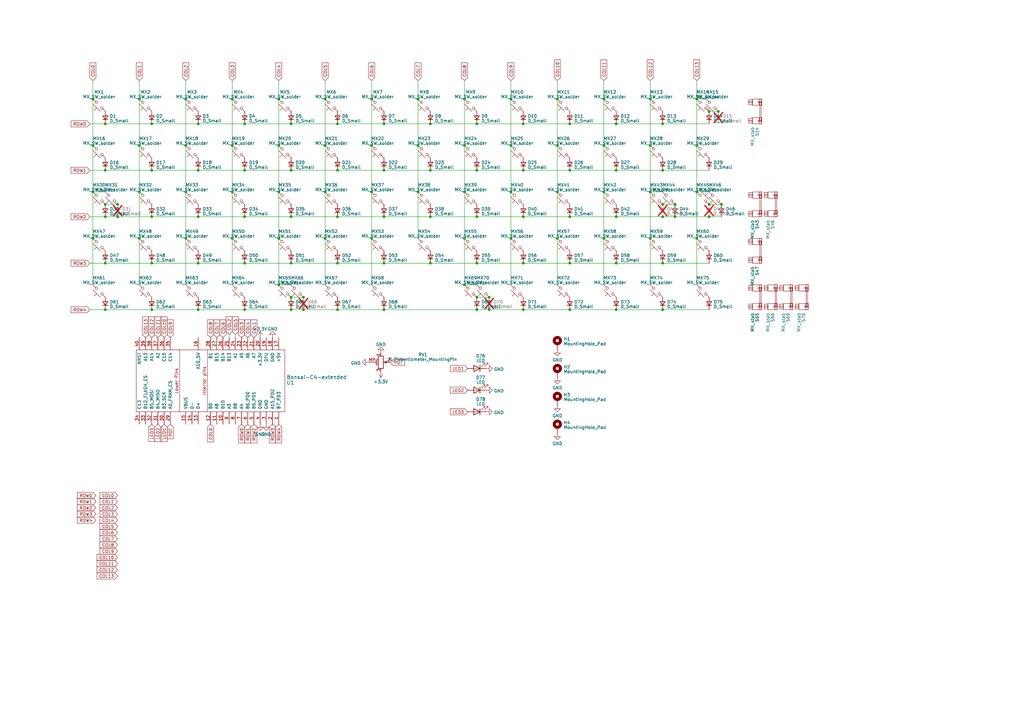
<source format=kicad_sch>
(kicad_sch (version 20230121) (generator eeschema)
  (paper "A3")
  (junction (at 195.58 50.8))
  (junction (at 43.18 83.82))
  (junction (at 62.23 107.95))
  (junction (at 48.26 83.82))
  (junction (at 266.7 78.74))
  (junction (at 290.83 45.72))
  (junction (at 48.26 88.9))
  (junction (at 157.48 88.9))
  (junction (at 81.28 107.95))
  (junction (at 252.73 107.95))
  (junction (at 38.1 78.74))
  (junction (at 266.7 59.69))
  (junction (at 157.48 50.8))
  (junction (at 100.33 69.85))
  (junction (at 43.18 69.85))
  (junction (at 271.78 50.8))
  (junction (at 100.33 50.8))
  (junction (at 200.66 121.92))
  (junction (at 214.63 69.85))
  (junction (at 285.75 40.64))
  (junction (at 214.63 50.8))
  (junction (at 62.23 50.8))
  (junction (at 228.6 97.79))
  (junction (at 290.83 88.9))
  (junction (at 285.75 78.74))
  (junction (at 176.53 88.9))
  (junction (at 133.35 59.69))
  (junction (at 62.23 69.85))
  (junction (at 100.33 127))
  (junction (at 295.91 83.82))
  (junction (at 114.3 116.84))
  (junction (at 195.58 127))
  (junction (at 138.43 107.95))
  (junction (at 124.46 121.92))
  (junction (at 285.75 59.69))
  (junction (at 276.86 88.9))
  (junction (at 266.7 40.64))
  (junction (at 38.1 97.79))
  (junction (at 209.55 59.69))
  (junction (at 95.25 78.74))
  (junction (at 95.25 97.79))
  (junction (at 233.68 50.8))
  (junction (at 81.28 88.9))
  (junction (at 119.38 88.9))
  (junction (at 114.3 40.64))
  (junction (at 285.75 97.79))
  (junction (at 133.35 97.79))
  (junction (at 57.15 97.79))
  (junction (at 195.58 69.85))
  (junction (at 119.38 121.92))
  (junction (at 119.38 107.95))
  (junction (at 290.83 83.82))
  (junction (at 209.55 78.74))
  (junction (at 114.3 78.74))
  (junction (at 271.78 69.85))
  (junction (at 176.53 50.8))
  (junction (at 233.68 88.9))
  (junction (at 43.18 107.95))
  (junction (at 57.15 78.74))
  (junction (at 152.4 59.69))
  (junction (at 176.53 69.85))
  (junction (at 171.45 78.74))
  (junction (at 190.5 59.69))
  (junction (at 152.4 40.64))
  (junction (at 124.46 127))
  (junction (at 138.43 50.8))
  (junction (at 195.58 107.95))
  (junction (at 214.63 127))
  (junction (at 171.45 40.64))
  (junction (at 76.2 97.79))
  (junction (at 190.5 78.74))
  (junction (at 233.68 127))
  (junction (at 62.23 127))
  (junction (at 57.15 40.64))
  (junction (at 81.28 50.8))
  (junction (at 233.68 69.85))
  (junction (at 252.73 127))
  (junction (at 195.58 88.9))
  (junction (at 209.55 97.79))
  (junction (at 138.43 88.9))
  (junction (at 233.68 107.95))
  (junction (at 157.48 107.95))
  (junction (at 271.78 127))
  (junction (at 195.58 121.92))
  (junction (at 247.65 78.74))
  (junction (at 252.73 50.8))
  (junction (at 76.2 40.64))
  (junction (at 133.35 40.64))
  (junction (at 138.43 69.85))
  (junction (at 152.4 78.74))
  (junction (at 276.86 83.82))
  (junction (at 76.2 59.69))
  (junction (at 190.5 40.64))
  (junction (at 247.65 40.64))
  (junction (at 95.25 59.69))
  (junction (at 43.18 88.9))
  (junction (at 119.38 127))
  (junction (at 157.48 127))
  (junction (at 43.18 127))
  (junction (at 76.2 78.74))
  (junction (at 294.64 45.72))
  (junction (at 95.25 40.64))
  (junction (at 190.5 97.79))
  (junction (at 38.1 59.69))
  (junction (at 38.1 40.64))
  (junction (at 119.38 50.8))
  (junction (at 228.6 59.69))
  (junction (at 190.5 116.84))
  (junction (at 114.3 97.79))
  (junction (at 157.48 69.85))
  (junction (at 119.38 69.85))
  (junction (at 247.65 59.69))
  (junction (at 57.15 59.69))
  (junction (at 43.18 50.8))
  (junction (at 214.63 88.9))
  (junction (at 252.73 69.85))
  (junction (at 171.45 59.69))
  (junction (at 114.3 59.69))
  (junction (at 81.28 127))
  (junction (at 271.78 83.82))
  (junction (at 152.4 97.79))
  (junction (at 200.66 127))
  (junction (at 228.6 40.64))
  (junction (at 62.23 88.9))
  (junction (at 209.55 40.64))
  (junction (at 214.63 107.95))
  (junction (at 176.53 107.95))
  (junction (at 81.28 69.85))
  (junction (at 228.6 78.74))
  (junction (at 271.78 107.95))
  (junction (at 247.65 97.79))
  (junction (at 252.73 88.9))
  (junction (at 133.35 78.74))
  (junction (at 271.78 88.9))
  (junction (at 100.33 88.9))
  (junction (at 266.7 97.79))
  (junction (at 138.43 127))
  (junction (at 100.33 107.95))
  (wire (pts (xy 157.48 69.85) (xy 176.53 69.85)))
  (wire (pts (xy 195.58 121.92) (xy 200.66 121.92)))
  (wire (pts (xy 62.23 69.85) (xy 81.28 69.85)))
  (wire (pts (xy 266.7 59.69) (xy 266.7 78.74)))
  (wire (pts (xy 228.6 78.74) (xy 228.6 97.79)))
  (wire (pts (xy 252.73 50.8) (xy 271.78 50.8)))
  (wire (pts (xy 138.43 127) (xy 157.48 127)))
  (wire (pts (xy 209.55 97.79) (xy 209.55 116.84)))
  (wire (pts (xy 214.63 88.9) (xy 233.68 88.9)))
  (wire (pts (xy 76.2 59.69) (xy 76.2 78.74)))
  (wire (pts (xy 209.55 33.02) (xy 209.55 40.64)))
  (wire (pts (xy 114.3 59.69) (xy 114.3 78.74)))
  (wire (pts (xy 138.43 107.95) (xy 157.48 107.95)))
  (wire (pts (xy 195.58 88.9) (xy 214.63 88.9)))
  (wire (pts (xy 247.65 78.74) (xy 247.65 97.79)))
  (wire (pts (xy 119.38 69.85) (xy 138.43 69.85)))
  (wire (pts (xy 276.86 88.9) (xy 290.83 88.9)))
  (wire (pts (xy 119.38 121.92) (xy 124.46 121.92)))
  (wire (pts (xy 57.15 33.02) (xy 57.15 40.64)))
  (wire (pts (xy 38.1 33.02) (xy 38.1 40.64)))
  (wire (pts (xy 285.75 33.02) (xy 285.75 40.64)))
  (wire (pts (xy 81.28 107.95) (xy 100.33 107.95)))
  (wire (pts (xy 271.78 88.9) (xy 276.86 88.9)))
  (wire (pts (xy 247.65 59.69) (xy 247.65 78.74)))
  (wire (pts (xy 100.33 107.95) (xy 119.38 107.95)))
  (wire (pts (xy 114.3 33.02) (xy 114.3 40.64)))
  (wire (pts (xy 152.4 97.79) (xy 152.4 116.84)))
  (wire (pts (xy 271.78 50.8) (xy 290.83 50.8)))
  (wire (pts (xy 190.5 40.64) (xy 190.5 59.69)))
  (wire (pts (xy 138.43 50.8) (xy 157.48 50.8)))
  (wire (pts (xy 81.28 88.9) (xy 100.33 88.9)))
  (wire (pts (xy 157.48 50.8) (xy 176.53 50.8)))
  (wire (pts (xy 76.2 97.79) (xy 76.2 116.84)))
  (wire (pts (xy 119.38 107.95) (xy 138.43 107.95)))
  (wire (pts (xy 38.1 97.79) (xy 38.1 116.84)))
  (wire (pts (xy 190.5 78.74) (xy 190.5 97.79)))
  (wire (pts (xy 152.4 59.69) (xy 152.4 78.74)))
  (wire (pts (xy 43.18 69.85) (xy 62.23 69.85)))
  (wire (pts (xy 62.23 127) (xy 81.28 127)))
  (wire (pts (xy 290.83 45.72) (xy 294.64 45.72)))
  (wire (pts (xy 271.78 83.82) (xy 276.86 83.82)))
  (wire (pts (xy 214.63 127) (xy 233.68 127)))
  (wire (pts (xy 209.55 40.64) (xy 209.55 59.69)))
  (wire (pts (xy 195.58 127) (xy 200.66 127)))
  (wire (pts (xy 266.7 97.79) (xy 266.7 116.84)))
  (wire (pts (xy 214.63 50.8) (xy 233.68 50.8)))
  (wire (pts (xy 114.3 116.84) (xy 119.38 116.84)))
  (wire (pts (xy 195.58 50.8) (xy 214.63 50.8)))
  (wire (pts (xy 36.83 107.95) (xy 43.18 107.95)))
  (wire (pts (xy 43.18 88.9) (xy 48.26 88.9)))
  (wire (pts (xy 38.1 59.69) (xy 38.1 78.74)))
  (wire (pts (xy 228.6 59.69) (xy 228.6 78.74)))
  (wire (pts (xy 176.53 50.8) (xy 195.58 50.8)))
  (wire (pts (xy 119.38 50.8) (xy 138.43 50.8)))
  (wire (pts (xy 233.68 88.9) (xy 252.73 88.9)))
  (wire (pts (xy 214.63 107.95) (xy 233.68 107.95)))
  (wire (pts (xy 76.2 40.64) (xy 76.2 59.69)))
  (wire (pts (xy 152.4 33.02) (xy 152.4 40.64)))
  (wire (pts (xy 81.28 50.8) (xy 100.33 50.8)))
  (wire (pts (xy 228.6 97.79) (xy 228.6 116.84)))
  (wire (pts (xy 43.18 83.82) (xy 48.26 83.82)))
  (wire (pts (xy 266.7 78.74) (xy 266.7 97.79)))
  (wire (pts (xy 95.25 78.74) (xy 95.25 97.79)))
  (wire (pts (xy 133.35 40.64) (xy 133.35 59.69)))
  (wire (pts (xy 209.55 78.74) (xy 209.55 97.79)))
  (wire (pts (xy 152.4 78.74) (xy 152.4 97.79)))
  (wire (pts (xy 290.83 88.9) (xy 295.91 88.9)))
  (wire (pts (xy 119.38 88.9) (xy 138.43 88.9)))
  (wire (pts (xy 57.15 97.79) (xy 57.15 116.84)))
  (wire (pts (xy 190.5 33.02) (xy 190.5 40.64)))
  (wire (pts (xy 38.1 78.74) (xy 43.18 78.74)))
  (wire (pts (xy 190.5 116.84) (xy 195.58 116.84)))
  (wire (pts (xy 100.33 127) (xy 119.38 127)))
  (wire (pts (xy 100.33 50.8) (xy 119.38 50.8)))
  (wire (pts (xy 93.98 137.16) (xy 93.98 138.43)))
  (wire (pts (xy 271.78 127) (xy 290.83 127)))
  (wire (pts (xy 252.73 69.85) (xy 271.78 69.85)))
  (wire (pts (xy 266.7 40.64) (xy 266.7 59.69)))
  (wire (pts (xy 81.28 127) (xy 100.33 127)))
  (wire (pts (xy 176.53 69.85) (xy 195.58 69.85)))
  (wire (pts (xy 171.45 40.64) (xy 171.45 59.69)))
  (wire (pts (xy 57.15 59.69) (xy 57.15 78.74)))
  (wire (pts (xy 290.83 83.82) (xy 295.91 83.82)))
  (wire (pts (xy 285.75 40.64) (xy 289.56 40.64)))
  (wire (pts (xy 209.55 59.69) (xy 209.55 78.74)))
  (wire (pts (xy 247.65 40.64) (xy 247.65 59.69)))
  (wire (pts (xy 285.75 78.74) (xy 290.83 78.74)))
  (wire (pts (xy 233.68 107.95) (xy 252.73 107.95)))
  (wire (pts (xy 100.33 88.9) (xy 119.38 88.9)))
  (wire (pts (xy 228.6 40.64) (xy 228.6 59.69)))
  (wire (pts (xy 95.25 97.79) (xy 95.25 116.84)))
  (wire (pts (xy 233.68 127) (xy 252.73 127)))
  (wire (pts (xy 176.53 107.95) (xy 195.58 107.95)))
  (wire (pts (xy 62.23 88.9) (xy 81.28 88.9)))
  (wire (pts (xy 38.1 40.64) (xy 38.1 59.69)))
  (wire (pts (xy 57.15 40.64) (xy 57.15 59.69)))
  (wire (pts (xy 252.73 107.95) (xy 271.78 107.95)))
  (wire (pts (xy 119.38 127) (xy 124.46 127)))
  (wire (pts (xy 157.48 88.9) (xy 176.53 88.9)))
  (wire (pts (xy 76.2 78.74) (xy 76.2 97.79)))
  (wire (pts (xy 247.65 33.02) (xy 247.65 40.64)))
  (wire (pts (xy 271.78 107.95) (xy 290.83 107.95)))
  (wire (pts (xy 285.75 97.79) (xy 285.75 116.84)))
  (wire (pts (xy 266.7 78.74) (xy 271.78 78.74)))
  (wire (pts (xy 95.25 40.64) (xy 95.25 59.69)))
  (wire (pts (xy 176.53 88.9) (xy 195.58 88.9)))
  (wire (pts (xy 138.43 69.85) (xy 157.48 69.85)))
  (wire (pts (xy 157.48 127) (xy 195.58 127)))
  (wire (pts (xy 171.45 78.74) (xy 171.45 97.79)))
  (wire (pts (xy 114.3 40.64) (xy 114.3 59.69)))
  (wire (pts (xy 247.65 97.79) (xy 247.65 116.84)))
  (wire (pts (xy 81.28 69.85) (xy 100.33 69.85)))
  (wire (pts (xy 133.35 59.69) (xy 133.35 78.74)))
  (wire (pts (xy 114.3 78.74) (xy 114.3 97.79)))
  (wire (pts (xy 133.35 33.02) (xy 133.35 40.64)))
  (wire (pts (xy 171.45 33.02) (xy 171.45 40.64)))
  (wire (pts (xy 228.6 33.02) (xy 228.6 40.64)))
  (wire (pts (xy 190.5 97.79) (xy 190.5 116.84)))
  (wire (pts (xy 114.3 97.79) (xy 114.3 116.84)))
  (wire (pts (xy 195.58 107.95) (xy 214.63 107.95)))
  (wire (pts (xy 171.45 59.69) (xy 171.45 78.74)))
  (wire (pts (xy 133.35 78.74) (xy 133.35 97.79)))
  (wire (pts (xy 271.78 69.85) (xy 290.83 69.85)))
  (wire (pts (xy 157.48 107.95) (xy 176.53 107.95)))
  (wire (pts (xy 233.68 69.85) (xy 252.73 69.85)))
  (wire (pts (xy 95.25 33.02) (xy 95.25 40.64)))
  (wire (pts (xy 76.2 33.02) (xy 76.2 40.64)))
  (wire (pts (xy 133.35 97.79) (xy 133.35 116.84)))
  (wire (pts (xy 285.75 59.69) (xy 285.75 78.74)))
  (wire (pts (xy 43.18 107.95) (xy 62.23 107.95)))
  (wire (pts (xy 38.1 78.74) (xy 38.1 97.79)))
  (wire (pts (xy 233.68 50.8) (xy 252.73 50.8)))
  (wire (pts (xy 62.23 107.95) (xy 81.28 107.95)))
  (wire (pts (xy 285.75 78.74) (xy 285.75 97.79)))
  (wire (pts (xy 124.46 127) (xy 138.43 127)))
  (wire (pts (xy 48.26 88.9) (xy 62.23 88.9)))
  (wire (pts (xy 95.25 59.69) (xy 95.25 78.74)))
  (wire (pts (xy 252.73 127) (xy 271.78 127)))
  (wire (pts (xy 214.63 69.85) (xy 233.68 69.85)))
  (wire (pts (xy 43.18 127) (xy 62.23 127)))
  (wire (pts (xy 252.73 88.9) (xy 271.78 88.9)))
  (wire (pts (xy 62.23 50.8) (xy 81.28 50.8)))
  (wire (pts (xy 152.4 40.64) (xy 152.4 59.69)))
  (wire (pts (xy 36.83 69.85) (xy 43.18 69.85)))
  (wire (pts (xy 285.75 40.64) (xy 285.75 59.69)))
  (wire (pts (xy 195.58 69.85) (xy 214.63 69.85)))
  (wire (pts (xy 57.15 78.74) (xy 57.15 97.79)))
  (wire (pts (xy 266.7 33.02) (xy 266.7 40.64)))
  (wire (pts (xy 36.83 127) (xy 43.18 127)))
  (wire (pts (xy 43.18 50.8) (xy 62.23 50.8)))
  (wire (pts (xy 138.43 88.9) (xy 157.48 88.9)))
  (wire (pts (xy 96.52 137.16) (xy 96.52 138.43)))
  (wire (pts (xy 36.83 50.8) (xy 43.18 50.8)))
  (wire (pts (xy 190.5 59.69) (xy 190.5 78.74)))
  (wire (pts (xy 100.33 69.85) (xy 119.38 69.85)))
  (wire (pts (xy 36.83 88.9) (xy 43.18 88.9)))
  (wire (pts (xy 200.66 127) (xy 214.63 127)))
  (global_label "COL10" (shape input) (at 228.6 33.02 90) (property "Intersheetrefs" "${INTERSHEET_REFS}" (effects hide)))
  (global_label "COL7" (shape input) (at 171.45 33.02 90) (property "Intersheetrefs" "${INTERSHEET_REFS}" (effects hide)))
  (global_label "ROW0" (shape input) (at 39.37 203.2 180) (property "Intersheetrefs" "${INTERSHEET_REFS}" (effects hide)))
  (global_label "LED2" (shape input) (at 64.77 173.99 270) (property "Intersheetrefs" "${INTERSHEET_REFS}" (effects hide)))
  (global_label "COL12" (shape input) (at 62.23 138.43 90) (property "Intersheetrefs" "${INTERSHEET_REFS}" (effects hide)))
  (global_label "COL5" (shape input) (at 133.35 33.02 90) (property "Intersheetrefs" "${INTERSHEET_REFS}" (effects hide)))
  (global_label "COL7" (shape input) (at 88.9 138.43 90) (property "Intersheetrefs" "${INTERSHEET_REFS}" (effects hide)))
  (global_label "ROW4" (shape input) (at 39.37 213.36 180) (property "Intersheetrefs" "${INTERSHEET_REFS}" (effects hide)))
  (global_label "COL5" (shape input) (at 48.26 215.9 180) (property "Intersheetrefs" "${INTERSHEET_REFS}" (effects hide)))
  (global_label "ROW3" (shape input) (at 111.76 173.99 270) (property "Intersheetrefs" "${INTERSHEET_REFS}" (effects hide)))
  (global_label "ROW3" (shape input) (at 39.37 210.82 180) (property "Intersheetrefs" "${INTERSHEET_REFS}" (effects hide)))
  (global_label "COL12" (shape input) (at 48.26 233.68 180) (property "Intersheetrefs" "${INTERSHEET_REFS}" (effects hide)))
  (global_label "COL12" (shape input) (at 266.7 33.02 90) (property "Intersheetrefs" "${INTERSHEET_REFS}" (effects hide)))
  (global_label "COL2" (shape input) (at 48.26 208.28 180) (property "Intersheetrefs" "${INTERSHEET_REFS}" (effects hide)))
  (global_label "ROW2" (shape input) (at 36.83 88.9 180) (property "Intersheetrefs" "${INTERSHEET_REFS}" (effects hide)))
  (global_label "COL3" (shape input) (at 95.25 33.02 90) (property "Intersheetrefs" "${INTERSHEET_REFS}" (effects hide)))
  (global_label "COL4" (shape input) (at 114.3 33.02 90) (property "Intersheetrefs" "${INTERSHEET_REFS}" (effects hide)))
  (global_label "LED1" (shape input) (at 191.77 151.13 180) (property "Intersheetrefs" "${INTERSHEET_REFS}" (effects hide)))
  (global_label "ROW1" (shape input) (at 101.6 173.99 270) (property "Intersheetrefs" "${INTERSHEET_REFS}" (effects hide)))
  (global_label "COL4" (shape input) (at 101.6 138.43 90) (property "Intersheetrefs" "${INTERSHEET_REFS}" (effects hide)))
  (global_label "COL9" (shape input) (at 209.55 33.02 90) (property "Intersheetrefs" "${INTERSHEET_REFS}" (effects hide)))
  (global_label "ROW4" (shape input) (at 114.3 173.99 270) (property "Intersheetrefs" "${INTERSHEET_REFS}" (effects hide)))
  (global_label "COL0" (shape input) (at 86.36 173.99 270) (property "Intersheetrefs" "${INTERSHEET_REFS}" (effects hide)))
  (global_label "COL3" (shape input) (at 48.26 210.82 180) (property "Intersheetrefs" "${INTERSHEET_REFS}" (effects hide)))
  (global_label "COL11" (shape input) (at 64.77 138.43 90) (property "Intersheetrefs" "${INTERSHEET_REFS}" (effects hide)))
  (global_label "COL1" (shape input) (at 57.15 33.02 90) (property "Intersheetrefs" "${INTERSHEET_REFS}" (effects hide)))
  (global_label "ROW2" (shape input) (at 104.14 173.99 270) (property "Intersheetrefs" "${INTERSHEET_REFS}" (effects hide)))
  (global_label "POT" (shape input) (at 69.85 173.99 270) (property "Intersheetrefs" "${INTERSHEET_REFS}" (effects hide)))
  (global_label "COL6" (shape input) (at 48.26 218.44 180) (property "Intersheetrefs" "${INTERSHEET_REFS}" (effects hide)))
  (global_label "COL0" (shape input) (at 38.1 33.02 90) (property "Intersheetrefs" "${INTERSHEET_REFS}" (effects hide)))
  (global_label "COL13" (shape input) (at 59.69 138.43 90) (property "Intersheetrefs" "${INTERSHEET_REFS}" (effects hide)))
  (global_label "COL1" (shape input) (at 48.26 205.74 180) (property "Intersheetrefs" "${INTERSHEET_REFS}" (effects hide)))
  (global_label "COL9" (shape input) (at 48.26 226.06 180) (property "Intersheetrefs" "${INTERSHEET_REFS}" (effects hide)))
  (global_label "ROW0" (shape input) (at 36.83 50.8 180) (property "Intersheetrefs" "${INTERSHEET_REFS}" (effects hide)))
  (global_label "ROW3" (shape input) (at 36.83 107.95 180) (property "Intersheetrefs" "${INTERSHEET_REFS}" (effects hide)))
  (global_label "COL1" (shape input) (at 104.14 138.43 90) (property "Intersheetrefs" "${INTERSHEET_REFS}" (effects hide)))
  (global_label "ROW1" (shape input) (at 39.37 205.74 180) (property "Intersheetrefs" "${INTERSHEET_REFS}" (effects hide)))
  (global_label "COL13" (shape input) (at 48.26 236.22 180) (property "Intersheetrefs" "${INTERSHEET_REFS}" (effects hide)))
  (global_label "POT" (shape input) (at 160.02 148.59 0) (property "Intersheetrefs" "${INTERSHEET_REFS}" (effects hide)))
  (global_label "COL8" (shape input) (at 86.36 138.43 90) (property "Intersheetrefs" "${INTERSHEET_REFS}" (effects hide)))
  (global_label "COL10" (shape input) (at 48.26 228.6 180) (property "Intersheetrefs" "${INTERSHEET_REFS}" (effects hide)))
  (global_label "LED1" (shape input) (at 67.31 173.99 270) (property "Intersheetrefs" "${INTERSHEET_REFS}" (effects hide)))
  (global_label "COL11" (shape input) (at 48.26 231.14 180) (property "Intersheetrefs" "${INTERSHEET_REFS}" (effects hide)))
  (global_label "COL4" (shape input) (at 48.26 213.36 180) (property "Intersheetrefs" "${INTERSHEET_REFS}" (effects hide)))
  (global_label "ROW0" (shape input) (at 99.06 173.99 270) (property "Intersheetrefs" "${INTERSHEET_REFS}" (effects hide)))
  (global_label "LED2" (shape input) (at 191.77 160.02 180) (property "Intersheetrefs" "${INTERSHEET_REFS}" (effects hide)))
  (global_label "COL9" (shape input) (at 69.85 138.43 90) (property "Intersheetrefs" "${INTERSHEET_REFS}" (effects hide)))
  (global_label "COL8" (shape input) (at 48.26 223.52 180) (property "Intersheetrefs" "${INTERSHEET_REFS}" (effects hide)))
  (global_label "ROW2" (shape input) (at 39.37 208.28 180) (property "Intersheetrefs" "${INTERSHEET_REFS}" (effects hide)))
  (global_label "COL5" (shape input) (at 96.52 137.16 90) (property "Intersheetrefs" "${INTERSHEET_REFS}" (effects hide)))
  (global_label "COL13" (shape input) (at 285.75 33.02 90) (property "Intersheetrefs" "${INTERSHEET_REFS}" (effects hide)))
  (global_label "LED3" (shape input) (at 191.77 168.91 180) (property "Intersheetrefs" "${INTERSHEET_REFS}" (effects hide)))
  (global_label "COL6" (shape input) (at 91.44 138.43 90) (property "Intersheetrefs" "${INTERSHEET_REFS}" (effects hide)))
  (global_label "COL2" (shape input) (at 76.2 33.02 90) (property "Intersheetrefs" "${INTERSHEET_REFS}" (effects hide)))
  (global_label "COL0" (shape input) (at 48.26 203.2 180) (property "Intersheetrefs" "${INTERSHEET_REFS}" (effects hide)))
  (global_label "COL6" (shape input) (at 152.4 33.02 90) (property "Intersheetrefs" "${INTERSHEET_REFS}" (effects hide)))
  (global_label "COL3" (shape input) (at 99.06 138.43 90) (property "Intersheetrefs" "${INTERSHEET_REFS}" (effects hide)))
  (global_label "COL10" (shape input) (at 67.31 138.43 90) (property "Intersheetrefs" "${INTERSHEET_REFS}" (effects hide)))
  (global_label "ROW4" (shape input) (at 36.83 127 180) (property "Intersheetrefs" "${INTERSHEET_REFS}" (effects hide)))
  (global_label "COL11" (shape input) (at 247.65 33.02 90) (property "Intersheetrefs" "${INTERSHEET_REFS}" (effects hide)))
  (global_label "COL2" (shape input) (at 93.98 137.16 90) (property "Intersheetrefs" "${INTERSHEET_REFS}" (effects hide)))
  (global_label "COL8" (shape input) (at 190.5 33.02 90) (property "Intersheetrefs" "${INTERSHEET_REFS}" (effects hide)))
  (global_label "ROW1" (shape input) (at 36.83 69.85 180) (property "Intersheetrefs" "${INTERSHEET_REFS}" (effects hide)))
  (global_label "COL7" (shape input) (at 48.26 220.98 180) (property "Intersheetrefs" "${INTERSHEET_REFS}" (effects hide)))
  (global_label "LED3" (shape input) (at 62.23 173.99 270) (property "Intersheetrefs" "${INTERSHEET_REFS}" (effects hide)))
  (symbol (lib_id "Device:D_Small") (at 119.38 124.46 90) (unit 1)
    (property "Reference" "D65" (at 121.158 123.8163 90) (effects (justify right)))
    (property "Value" "D_Small" (at 121.158 125.7373 90) (effects (justify right)))
    (property "Footprint" "shoonies_parts:D_SOD-123_CLEAN" (effects hide))
    (property "Sim.Device" "D" (effects hide))
    (property "Sim.Pins" "1=K 2=A" (effects hide))
  )
  (symbol (lib_id "marbastlib-mx:MX_SW_solder") (at 135.89 81.28 180) (unit 1)
    (property "Reference" "MX36" (at 135.89 75.8571 0))
    (property "Value" "MX_SW_solder" (at 135.89 77.7781 0))
    (property "Footprint" "marbastlib-mx:SW_MX_1u" (effects hide))
  )
  (symbol (lib_id "Device:D_Small") (at 43.18 67.31 90) (unit 1)
    (property "Reference" "D16" (at 44.958 66.6663 90) (effects (justify right)))
    (property "Value" "D_Small" (at 44.958 68.5873 90) (effects (justify right)))
    (property "Footprint" "shoonies_parts:D_SOD-123_CLEAN" (effects hide))
    (property "Sim.Device" "D" (effects hide))
    (property "Sim.Pins" "1=K 2=A" (effects hide))
  )
  (symbol (lib_id "marbastlib-mx:MX_SW_solder") (at 293.37 81.28 180) (unit 1)
    (property "Reference" "MX46" (at 293.37 75.8571 0))
    (property "Value" "MX_SW_solder" (at 293.37 77.7781 0))
    (property "Footprint" "marbastlib-mx:SW_MX_1u" (effects hide))
  )
  (symbol (lib_id "marbastlib-mx:MX_SW_solder") (at 212.09 43.18 180) (unit 1)
    (property "Reference" "MX10" (at 212.09 37.7571 0))
    (property "Value" "MX_SW_solder" (at 212.09 39.6781 0))
    (property "Footprint" "marbastlib-mx:SW_MX_1u" (effects hide))
  )
  (symbol (lib_id "Device:D_Small") (at 295.91 86.36 90) (unit 1)
    (property "Reference" "D46" (at 297.688 85.7163 90) (effects (justify right)))
    (property "Value" "D_Small" (at 297.688 87.6373 90) (effects (justify right)))
    (property "Footprint" "shoonies_parts:D_SOD-123_CLEAN" (effects hide))
    (property "Sim.Device" "D" (effects hide))
    (property "Sim.Pins" "1=K 2=A" (effects hide))
  )
  (symbol (lib_id "Device:D_Small") (at 233.68 105.41 90) (unit 1)
    (property "Reference" "D57" (at 235.458 104.7663 90) (effects (justify right)))
    (property "Value" "D_Small" (at 235.458 106.6873 90) (effects (justify right)))
    (property "Footprint" "shoonies_parts:D_SOD-123_CLEAN" (effects hide))
    (property "Sim.Device" "D" (effects hide))
    (property "Sim.Pins" "1=K 2=A" (effects hide))
  )
  (symbol (lib_id "marbastlib-mx:MX_SW_solder") (at 198.12 119.38 180) (unit 1)
    (property "Reference" "MX70" (at 198.12 113.9571 0))
    (property "Value" "MX_SW_solder" (at 198.12 115.8781 0))
    (property "Footprint" "marbastlib-mx:SW_MX_1u" (effects hide))
  )
  (symbol (lib_id "power:GND") (at 199.39 160.02 90) (unit 1)
    (property "Reference" "#PWR09" (effects hide))
    (property "Value" "GND" (at 202.565 160.3368 90) (effects (justify right)))
  )
  (symbol (lib_id "marbastlib-mx:MX_stab") (at 322.58 121.92 90) (unit 1)
    (property "Reference" "S69" (at 323.231 128.27 0) (effects (justify right)))
    (property "Value" "MX_stab" (at 321.31 128.27 0) (effects (justify right)))
    (property "Footprint" "PCM_marbastlib-mx:STAB_MX_P_2u" (effects hide))
  )
  (symbol (lib_id "marbastlib-mx:MX_SW_solder") (at 40.64 43.18 180) (unit 1)
    (property "Reference" "MX1" (at 40.64 37.7571 0))
    (property "Value" "MX_SW_solder" (at 40.64 39.6781 0))
    (property "Footprint" "marbastlib-mx:SW_MX_1u" (effects hide))
  )
  (symbol (lib_id "marbastlib-mx:MX_SW_solder") (at 59.69 119.38 180) (unit 1)
    (property "Reference" "MX62" (at 59.69 113.9571 0))
    (property "Value" "MX_SW_solder" (at 59.69 115.8781 0))
    (property "Footprint" "marbastlib-mx:SW_MX_1u" (effects hide))
  )
  (symbol (lib_id "marbastlib-mx:MX_SW_solder") (at 135.89 43.18 180) (unit 1)
    (property "Reference" "MX6" (at 135.89 37.7571 0))
    (property "Value" "MX_SW_solder" (at 135.89 39.6781 0))
    (property "Footprint" "marbastlib-mx:SW_MX_1u" (effects hide))
  )
  (symbol (lib_id "marbastlib-mx:MX_SW_solder") (at 173.99 81.28 180) (unit 1)
    (property "Reference" "MX38" (at 173.99 75.8571 0))
    (property "Value" "MX_SW_solder" (at 173.99 77.7781 0))
    (property "Footprint" "marbastlib-mx:SW_MX_1u" (effects hide))
  )
  (symbol (lib_id "Device:D_Small") (at 62.23 105.41 90) (unit 1)
    (property "Reference" "D48" (at 64.008 104.7663 90) (effects (justify right)))
    (property "Value" "D_Small" (at 64.008 106.6873 90) (effects (justify right)))
    (property "Footprint" "shoonies_parts:D_SOD-123_CLEAN" (effects hide))
    (property "Sim.Device" "D" (effects hide))
    (property "Sim.Pins" "1=K 2=A" (effects hide))
  )
  (symbol (lib_id "marbastlib-mx:MX_stab") (at 328.93 121.92 90) (unit 1)
    (property "Reference" "S70" (at 329.581 128.27 0) (effects (justify right)))
    (property "Value" "MX_stab" (at 327.66 128.27 0) (effects (justify right)))
    (property "Footprint" "PCM_marbastlib-mx:STAB_MX_P_2u" (effects hide))
  )
  (symbol (lib_id "marbastlib-mx:MX_SW_solder") (at 288.29 100.33 180) (unit 1)
    (property "Reference" "MX60" (at 288.29 94.9071 0))
    (property "Value" "MX_SW_solder" (at 288.29 96.8281 0))
    (property "Footprint" "marbastlib-mx:SW_MX_1u" (effects hide))
  )
  (symbol (lib_id "marbastlib-mx:MX_SW_solder") (at 288.29 62.23 180) (unit 1)
    (property "Reference" "MX29" (at 288.29 56.8071 0))
    (property "Value" "MX_SW_solder" (at 288.29 58.7281 0))
    (property "Footprint" "marbastlib-mx:SW_MX_1u" (effects hide))
  )
  (symbol (lib_id "Device:D_Small") (at 176.53 67.31 90) (unit 1)
    (property "Reference" "D23" (at 178.308 66.6663 90) (effects (justify right)))
    (property "Value" "D_Small" (at 178.308 68.5873 90) (effects (justify right)))
    (property "Footprint" "shoonies_parts:D_SOD-123_CLEAN" (effects hide))
    (property "Sim.Device" "D" (effects hide))
    (property "Sim.Pins" "1=K 2=A" (effects hide))
  )
  (symbol (lib_id "Device:D_Small") (at 81.28 105.41 90) (unit 1)
    (property "Reference" "D49" (at 83.058 104.7663 90) (effects (justify right)))
    (property "Value" "D_Small" (at 83.058 106.6873 90) (effects (justify right)))
    (property "Footprint" "shoonies_parts:D_SOD-123_CLEAN" (effects hide))
    (property "Sim.Device" "D" (effects hide))
    (property "Sim.Pins" "1=K 2=A" (effects hide))
  )
  (symbol (lib_id "marbastlib-mx:MX_stab") (at 309.88 83.82 90) (unit 1)
    (property "Reference" "S43" (at 310.531 90.17 0) (effects (justify right)))
    (property "Value" "MX_stab" (at 308.61 90.17 0) (effects (justify right)))
    (property "Footprint" "PCM_marbastlib-mx:STAB_MX_P_2u" (effects hide))
  )
  (symbol (lib_id "Device:D_Small") (at 233.68 86.36 90) (unit 1)
    (property "Reference" "D41" (at 235.458 85.7163 90) (effects (justify right)))
    (property "Value" "D_Small" (at 235.458 87.6373 90) (effects (justify right)))
    (property "Footprint" "shoonies_parts:D_SOD-123_CLEAN" (effects hide))
    (property "Sim.Device" "D" (effects hide))
    (property "Sim.Pins" "1=K 2=A" (effects hide))
  )
  (symbol (lib_id "marbastlib-mx:MX_SW_solder") (at 231.14 119.38 180) (unit 1)
    (property "Reference" "MX72" (at 231.14 113.9571 0))
    (property "Value" "MX_SW_solder" (at 231.14 115.8781 0))
    (property "Footprint" "marbastlib-mx:SW_MX_1u" (effects hide))
  )
  (symbol (lib_id "Device:D_Small") (at 81.28 48.26 90) (unit 1)
    (property "Reference" "D3" (at 83.058 47.6163 90) (effects (justify right)))
    (property "Value" "D_Small" (at 83.058 49.5373 90) (effects (justify right)))
    (property "Footprint" "shoonies_parts:D_SOD-123_CLEAN" (effects hide))
    (property "Sim.Device" "D" (effects hide))
    (property "Sim.Pins" "1=K 2=A" (effects hide))
  )
  (symbol (lib_id "Device:D_Small") (at 195.58 48.26 90) (unit 1)
    (property "Reference" "D9" (at 197.358 47.6163 90) (effects (justify right)))
    (property "Value" "D_Small" (at 197.358 49.5373 90) (effects (justify right)))
    (property "Footprint" "shoonies_parts:D_SOD-123_CLEAN" (effects hide))
    (property "Sim.Device" "D" (effects hide))
    (property "Sim.Pins" "1=K 2=A" (effects hide))
  )
  (symbol (lib_id "Device:D_Small") (at 124.46 124.46 90) (unit 1) (in_bom no) (on_board no) (dnp yes)
    (property "Reference" "D66" (at 126.238 123.8163 90) (effects (justify right)))
    (property "Value" "D_Small" (at 126.238 125.7373 90) (effects (justify right)))
    (property "Footprint" "shoonies_parts:D_SOD-123_CLEAN" (effects hide))
    (property "Sim.Device" "D" (effects hide))
    (property "Sim.Pins" "1=K 2=A" (effects hide))
  )
  (symbol (lib_id "marbastlib-mx:MX_SW_solder") (at 78.74 81.28 180) (unit 1)
    (property "Reference" "MX33" (at 78.74 75.8571 0))
    (property "Value" "MX_SW_solder" (at 78.74 77.7781 0))
    (property "Footprint" "marbastlib-mx:SW_MX_1u" (effects hide))
  )
  (symbol (lib_id "Mechanical:MountingHole_Pad") (at 228.6 152.4 0) (unit 1)
    (property "Reference" "H2" (at 231.14 150.4863 0) (effects (justify left)))
    (property "Value" "MountingHole_Pad" (at 231.14 152.4073 0) (effects (justify left)))
    (property "Footprint" "MountingHole:MountingHole_2.2mm_M2_Pad" (effects hide))
  )
  (symbol (lib_id "Device:D_Small") (at 62.23 48.26 90) (unit 1)
    (property "Reference" "D2" (at 64.008 47.6163 90) (effects (justify right)))
    (property "Value" "D_Small" (at 64.008 49.5373 90) (effects (justify right)))
    (property "Footprint" "shoonies_parts:D_SOD-123_CLEAN" (effects hide))
    (property "Sim.Device" "D" (effects hide))
    (property "Sim.Pins" "1=K 2=A" (effects hide))
  )
  (symbol (lib_id "Mechanical:MountingHole_Pad") (at 228.6 163.83 0) (unit 1)
    (property "Reference" "H3" (at 231.14 161.9163 0) (effects (justify left)))
    (property "Value" "MountingHole_Pad" (at 231.14 163.8373 0) (effects (justify left)))
    (property "Footprint" "MountingHole:MountingHole_2.2mm_M2_Pad" (effects hide))
  )
  (symbol (lib_id "marbastlib-mx:MX_SW_solder") (at 193.04 62.23 180) (unit 1)
    (property "Reference" "MX24" (at 193.04 56.8071 0))
    (property "Value" "MX_SW_solder" (at 193.04 58.7281 0))
    (property "Footprint" "marbastlib-mx:SW_MX_1u" (effects hide))
  )
  (symbol (lib_id "Device:D_Small") (at 271.78 105.41 90) (unit 1)
    (property "Reference" "D59" (at 273.558 104.7663 90) (effects (justify right)))
    (property "Value" "D_Small" (at 273.558 106.6873 90) (effects (justify right)))
    (property "Footprint" "shoonies_parts:D_SOD-123_CLEAN" (effects hide))
    (property "Sim.Device" "D" (effects hide))
    (property "Sim.Pins" "1=K 2=A" (effects hide))
  )
  (symbol (lib_id "power:GND") (at 109.22 173.99 0) (unit 1)
    (property "Reference" "#PWR03" (effects hide))
    (property "Value" "GND" (at 109.22 178.1255 0))
  )
  (symbol (lib_id "Device:D_Small") (at 157.48 48.26 90) (unit 1)
    (property "Reference" "D7" (at 159.258 47.6163 90) (effects (justify right)))
    (property "Value" "D_Small" (at 159.258 49.5373 90) (effects (justify right)))
    (property "Footprint" "shoonies_parts:D_SOD-123_CLEAN" (effects hide))
    (property "Sim.Device" "D" (effects hide))
    (property "Sim.Pins" "1=K 2=A" (effects hide))
  )
  (symbol (lib_id "marbastlib-mx:MX_SW_solder") (at 173.99 100.33 180) (unit 1)
    (property "Reference" "MX54" (at 173.99 94.9071 0))
    (property "Value" "MX_SW_solder" (at 173.99 96.8281 0))
    (property "Footprint" "marbastlib-mx:SW_MX_1u" (effects hide))
  )
  (symbol (lib_id "power:+3.3V") (at 106.68 138.43 0) (unit 1)
    (property "Reference" "#PWR04" (effects hide))
    (property "Value" "+3.3V" (at 106.68 134.9281 0))
  )
  (symbol (lib_id "marbastlib-mx:MX_stab") (at 309.88 121.92 90) (unit 1)
    (property "Reference" "S65" (at 310.531 128.27 0) (effects (justify right)))
    (property "Value" "MX_stab" (at 308.61 128.27 0) (effects (justify right)))
    (property "Footprint" "PCM_marbastlib-mx:STAB_MX_P_2u" (effects hide))
  )
  (symbol (lib_id "Device:D_Small") (at 100.33 48.26 90) (unit 1)
    (property "Reference" "D4" (at 102.108 47.6163 90) (effects (justify right)))
    (property "Value" "D_Small" (at 102.108 49.5373 90) (effects (justify right)))
    (property "Footprint" "shoonies_parts:D_SOD-123_CLEAN" (effects hide))
    (property "Sim.Device" "D" (effects hide))
    (property "Sim.Pins" "1=K 2=A" (effects hide))
  )
  (symbol (lib_id "Device:D_Small") (at 43.18 124.46 90) (unit 1)
    (property "Reference" "D61" (at 44.958 123.8163 90) (effects (justify right)))
    (property "Value" "D_Small" (at 44.958 125.7373 90) (effects (justify right)))
    (property "Footprint" "shoonies_parts:D_SOD-123_CLEAN" (effects hide))
    (property "Sim.Device" "D" (effects hide))
    (property "Sim.Pins" "1=K 2=A" (effects hide))
  )
  (symbol (lib_id "Device:D_Small") (at 138.43 67.31 90) (unit 1)
    (property "Reference" "D21" (at 140.208 66.6663 90) (effects (justify right)))
    (property "Value" "D_Small" (at 140.208 68.5873 90) (effects (justify right)))
    (property "Footprint" "shoonies_parts:D_SOD-123_CLEAN" (effects hide))
    (property "Sim.Device" "D" (effects hide))
    (property "Sim.Pins" "1=K 2=A" (effects hide))
  )
  (symbol (lib_id "Device:D_Small") (at 119.38 86.36 90) (unit 1)
    (property "Reference" "D35" (at 121.158 85.7163 90) (effects (justify right)))
    (property "Value" "D_Small" (at 121.158 87.6373 90) (effects (justify right)))
    (property "Footprint" "shoonies_parts:D_SOD-123_CLEAN" (effects hide))
    (property "Sim.Device" "D" (effects hide))
    (property "Sim.Pins" "1=K 2=A" (effects hide))
  )
  (symbol (lib_id "marbastlib-mx:MX_SW_solder") (at 193.04 81.28 180) (unit 1)
    (property "Reference" "MX39" (at 193.04 75.8571 0))
    (property "Value" "MX_SW_solder" (at 193.04 77.7781 0))
    (property "Footprint" "marbastlib-mx:SW_MX_1u" (effects hide))
  )
  (symbol (lib_id "marbastlib-mx:MX_SW_solder") (at 40.64 119.38 180) (unit 1)
    (property "Reference" "MX61" (at 40.64 113.9571 0))
    (property "Value" "MX_SW_solder" (at 40.64 115.8781 0))
    (property "Footprint" "marbastlib-mx:SW_MX_1u" (effects hide))
  )
  (symbol (lib_id "marbastlib-mx:MX_SW_solder") (at 154.94 119.38 180) (unit 1)
    (property "Reference" "MX68" (at 154.94 113.9571 0))
    (property "Value" "MX_SW_solder" (at 154.94 115.8781 0))
    (property "Footprint" "marbastlib-mx:SW_MX_1u" (effects hide))
  )
  (symbol (lib_id "marbastlib-mx:MX_SW_solder") (at 269.24 81.28 180) (unit 1)
    (property "Reference" "MX43" (at 269.24 75.8571 0))
    (property "Value" "MX_SW_solder" (at 269.24 77.7781 0))
    (property "Footprint" "marbastlib-mx:SW_MX_1u" (effects hide))
  )
  (symbol (lib_id "Device:D_Small") (at 48.26 86.36 90) (unit 1) (in_bom no) (on_board no) (dnp yes)
    (property "Reference" "D31" (at 50.038 85.7163 90) (effects (justify right)))
    (property "Value" "D_Small" (at 50.038 87.6373 90) (effects (justify right)))
    (property "Footprint" "shoonies_parts:D_SOD-123_CLEAN" (effects hide))
    (property "Sim.Device" "D" (effects hide))
    (property "Sim.Pins" "1=K 2=A" (effects hide))
  )
  (symbol (lib_id "Device:D_Small") (at 100.33 67.31 90) (unit 1)
    (property "Reference" "D19" (at 102.108 66.6663 90) (effects (justify right)))
    (property "Value" "D_Small" (at 102.108 68.5873 90) (effects (justify right)))
    (property "Footprint" "shoonies_parts:D_SOD-123_CLEAN" (effects hide))
    (property "Sim.Device" "D" (effects hide))
    (property "Sim.Pins" "1=K 2=A" (effects hide))
  )
  (symbol (lib_id "Device:D_Small") (at 276.86 86.36 90) (unit 1)
    (property "Reference" "D44" (at 278.638 85.7163 90) (effects (justify right)))
    (property "Value" "D_Small" (at 278.638 87.6373 90) (effects (justify right)))
    (property "Footprint" "shoonies_parts:D_SOD-123_CLEAN" (effects hide))
    (property "Sim.Device" "D" (effects hide))
    (property "Sim.Pins" "1=K 2=A" (effects hide))
  )
  (symbol (lib_id "power:GND") (at 228.6 166.37 0) (unit 1)
    (property "Reference" "#PWR013" (effects hide))
    (property "Value" "GND" (at 228.6 170.5055 0))
  )
  (symbol (lib_id "marbastlib-mx:MX_SW_solder") (at 154.94 81.28 180) (unit 1)
    (property "Reference" "MX37" (at 154.94 75.8571 0))
    (property "Value" "MX_SW_solder" (at 154.94 77.7781 0))
    (property "Footprint" "marbastlib-mx:SW_MX_1u" (effects hide))
  )
  (symbol (lib_id "marbastlib-mx:MX_SW_solder") (at 116.84 43.18 180) (unit 1)
    (property "Reference" "MX5" (at 116.84 37.7571 0))
    (property "Value" "MX_SW_solder" (at 116.84 39.6781 0))
    (property "Footprint" "marbastlib-mx:SW_MX_1u" (effects hide))
  )
  (symbol (lib_id "marbastlib-mx:MX_SW_solder") (at 250.19 119.38 180) (unit 1)
    (property "Reference" "MX73" (at 250.19 113.9571 0))
    (property "Value" "MX_SW_solder" (at 250.19 115.8781 0))
    (property "Footprint" "marbastlib-mx:SW_MX_1u" (effects hide))
  )
  (symbol (lib_id "Device:D_Small") (at 195.58 67.31 90) (unit 1)
    (property "Reference" "D24" (at 197.358 66.6663 90) (effects (justify right)))
    (property "Value" "D_Small" (at 197.358 68.5873 90) (effects (justify right)))
    (property "Footprint" "shoonies_parts:D_SOD-123_CLEAN" (effects hide))
    (property "Sim.Device" "D" (effects hide))
    (property "Sim.Pins" "1=K 2=A" (effects hide))
  )
  (symbol (lib_id "Device:D_Small") (at 214.63 67.31 90) (unit 1)
    (property "Reference" "D25" (at 216.408 66.6663 90) (effects (justify right)))
    (property "Value" "D_Small" (at 216.408 68.5873 90) (effects (justify right)))
    (property "Footprint" "shoonies_parts:D_SOD-123_CLEAN" (effects hide))
    (property "Sim.Device" "D" (effects hide))
    (property "Sim.Pins" "1=K 2=A" (effects hide))
  )
  (symbol (lib_id "Device:D_Small") (at 138.43 86.36 90) (unit 1)
    (property "Reference" "D36" (at 140.208 85.7163 90) (effects (justify right)))
    (property "Value" "D_Small" (at 140.208 87.6373 90) (effects (justify right)))
    (property "Footprint" "shoonies_parts:D_SOD-123_CLEAN" (effects hide))
    (property "Sim.Device" "D" (effects hide))
    (property "Sim.Pins" "1=K 2=A" (effects hide))
  )
  (symbol (lib_id "Device:D_Small") (at 157.48 105.41 90) (unit 1)
    (property "Reference" "D53" (at 159.258 104.7663 90) (effects (justify right)))
    (property "Value" "D_Small" (at 159.258 106.6873 90) (effects (justify right)))
    (property "Footprint" "shoonies_parts:D_SOD-123_CLEAN" (effects hide))
    (property "Sim.Device" "D" (effects hide))
    (property "Sim.Pins" "1=K 2=A" (effects hide))
  )
  (symbol (lib_id "marbastlib-mx:MX_SW_solder") (at 250.19 43.18 180) (unit 1)
    (property "Reference" "MX12" (at 250.19 37.7571 0))
    (property "Value" "MX_SW_solder" (at 250.19 39.6781 0))
    (property "Footprint" "marbastlib-mx:SW_MX_1u" (effects hide))
  )
  (symbol (lib_id "Device:D_Small") (at 100.33 124.46 90) (unit 1)
    (property "Reference" "D64" (at 102.108 123.8163 90) (effects (justify right)))
    (property "Value" "D_Small" (at 102.108 125.7373 90) (effects (justify right)))
    (property "Footprint" "shoonies_parts:D_SOD-123_CLEAN" (effects hide))
    (property "Sim.Device" "D" (effects hide))
    (property "Sim.Pins" "1=K 2=A" (effects hide))
  )
  (symbol (lib_id "marbastlib-mx:MX_SW_solder") (at 59.69 100.33 180) (unit 1)
    (property "Reference" "MX48" (at 59.69 94.9071 0))
    (property "Value" "MX_SW_solder" (at 59.69 96.8281 0))
    (property "Footprint" "marbastlib-mx:SW_MX_1u" (effects hide))
  )
  (symbol (lib_id "power:GND") (at 151.13 148.59 270) (unit 1)
    (property "Reference" "#PWR06" (effects hide))
    (property "Value" "GND" (at 147.9551 148.9068 90) (effects (justify right)))
  )
  (symbol (lib_id "Device:D_Small") (at 43.18 105.41 90) (unit 1)
    (property "Reference" "D47" (at 44.958 104.7663 90) (effects (justify right)))
    (property "Value" "D_Small" (at 44.958 106.6873 90) (effects (justify right)))
    (property "Footprint" "shoonies_parts:D_SOD-123_CLEAN" (effects hide))
    (property "Sim.Device" "D" (effects hide))
    (property "Sim.Pins" "1=K 2=A" (effects hide))
  )
  (symbol (lib_id "marbastlib-mx:MX_SW_solder") (at 97.79 62.23 180) (unit 1)
    (property "Reference" "MX19" (at 97.79 56.8071 0))
    (property "Value" "MX_SW_solder" (at 97.79 58.7281 0))
    (property "Footprint" "marbastlib-mx:SW_MX_1u" (effects hide))
  )
  (symbol (lib_id "marbastlib-mx:MX_SW_solder") (at 154.94 43.18 180) (unit 1)
    (property "Reference" "MX7" (at 154.94 37.7571 0))
    (property "Value" "MX_SW_solder" (at 154.94 39.6781 0))
    (property "Footprint" "marbastlib-mx:SW_MX_1u" (effects hide))
  )
  (symbol (lib_id "Device:D_Small") (at 81.28 67.31 90) (unit 1)
    (property "Reference" "D18" (at 83.058 66.6663 90) (effects (justify right)))
    (property "Value" "D_Small" (at 83.058 68.5873 90) (effects (justify right)))
    (property "Footprint" "shoonies_parts:D_SOD-123_CLEAN" (effects hide))
    (property "Sim.Device" "D" (effects hide))
    (property "Sim.Pins" "1=K 2=A" (effects hide))
  )
  (symbol (lib_id "Device:D_Small") (at 294.64 48.26 90) (unit 1) (in_bom no) (on_board no) (dnp yes)
    (property "Reference" "D15" (at 296.418 47.6163 90) (effects (justify right)))
    (property "Value" "D_Small" (at 296.418 49.5373 90) (effects (justify right)))
    (property "Footprint" "shoonies_parts:D_SOD-123_CLEAN" (effects hide))
    (property "Sim.Device" "D" (effects hide))
    (property "Sim.Pins" "1=K 2=A" (effects hide))
  )
  (symbol (lib_id "marbastlib-mx:MX_SW_solder") (at 97.79 81.28 180) (unit 1)
    (property "Reference" "MX34" (at 97.79 75.8571 0))
    (property "Value" "MX_SW_solder" (at 97.79 77.7781 0))
    (property "Footprint" "marbastlib-mx:SW_MX_1u" (effects hide))
  )
  (symbol (lib_id "marbastlib-mx:MX_SW_solder") (at 288.29 43.18 180) (unit 1)
    (property "Reference" "MX14" (at 288.29 37.7571 0))
    (property "Value" "MX_SW_solder" (at 288.29 39.6781 0))
    (property "Footprint" "marbastlib-mx:SW_MX_1u" (effects hide))
  )
  (symbol (lib_id "marbastlib-mx:MX_SW_solder") (at 250.19 100.33 180) (unit 1)
    (property "Reference" "MX58" (at 250.19 94.9071 0))
    (property "Value" "MX_SW_solder" (at 250.19 96.8281 0))
    (property "Footprint" "marbastlib-mx:SW_MX_1u" (effects hide))
  )
  (symbol (lib_id "marbastlib-mx:MX_SW_solder") (at 154.94 62.23 180) (unit 1)
    (property "Reference" "MX22" (at 154.94 56.8071 0))
    (property "Value" "MX_SW_solder" (at 154.94 58.7281 0))
    (property "Footprint" "marbastlib-mx:SW_MX_1u" (effects hide))
  )
  (symbol (lib_id "Device:LED") (at 195.58 151.13 180) (unit 1)
    (property "Reference" "D76" (at 197.1675 145.9611 0))
    (property "Value" "LED" (at 197.1675 147.8821 0))
    (property "Footprint" "LED_THT:LED_D3.0mm" (effects hide))
  )
  (symbol (lib_id "Device:D_Small") (at 271.78 124.46 90) (unit 1)
    (property "Reference" "D74" (at 273.558 123.8163 90) (effects (justify right)))
    (property "Value" "D_Small" (at 273.558 125.7373 90) (effects (justify right)))
    (property "Footprint" "shoonies_parts:D_SOD-123_CLEAN" (effects hide))
    (property "Sim.Device" "D" (effects hide))
    (property "Sim.Pins" "1=K 2=A" (effects hide))
  )
  (symbol (lib_id "Device:D_Small") (at 214.63 48.26 90) (unit 1)
    (property "Reference" "D10" (at 216.408 47.6163 90) (effects (justify right)))
    (property "Value" "D_Small" (at 216.408 49.5373 90) (effects (justify right)))
    (property "Footprint" "shoonies_parts:D_SOD-123_CLEAN" (effects hide))
    (property "Sim.Device" "D" (effects hide))
    (property "Sim.Pins" "1=K 2=A" (effects hide))
  )
  (symbol (lib_id "Device:D_Small") (at 100.33 105.41 90) (unit 1)
    (property "Reference" "D50" (at 102.108 104.7663 90) (effects (justify right)))
    (property "Value" "D_Small" (at 102.108 106.6873 90) (effects (justify right)))
    (property "Footprint" "shoonies_parts:D_SOD-123_CLEAN" (effects hide))
    (property "Sim.Device" "D" (effects hide))
    (property "Sim.Pins" "1=K 2=A" (effects hide))
  )
  (symbol (lib_id "Mechanical:MountingHole_Pad") (at 228.6 140.97 0) (unit 1)
    (property "Reference" "H1" (at 231.14 139.0563 0) (effects (justify left)))
    (property "Value" "MountingHole_Pad" (at 231.14 140.9773 0) (effects (justify left)))
    (property "Footprint" "MountingHole:MountingHole_2.2mm_M2_Pad" (effects hide))
  )
  (symbol (lib_id "marbastlib-mx:MX_SW_solder") (at 78.74 43.18 180) (unit 1)
    (property "Reference" "MX3" (at 78.74 37.7571 0))
    (property "Value" "MX_SW_solder" (at 78.74 39.6781 0))
    (property "Footprint" "marbastlib-mx:SW_MX_1u" (effects hide))
  )
  (symbol (lib_id "marbastlib-mx:MX_SW_solder") (at 116.84 100.33 180) (unit 1)
    (property "Reference" "MX51" (at 116.84 94.9071 0))
    (property "Value" "MX_SW_solder" (at 116.84 96.8281 0))
    (property "Footprint" "marbastlib-mx:SW_MX_1u" (effects hide))
  )
  (symbol (lib_id "marbastlib-mx:MX_SW_solder") (at 193.04 43.18 180) (unit 1)
    (property "Reference" "MX9" (at 193.04 37.7571 0))
    (property "Value" "MX_SW_solder" (at 193.04 39.6781 0))
    (property "Footprint" "marbastlib-mx:SW_MX_1u" (effects hide))
  )
  (symbol (lib_id "marbastlib-mx:MX_SW_solder") (at 269.24 100.33 180) (unit 1)
    (property "Reference" "MX59" (at 269.24 94.9071 0))
    (property "Value" "MX_SW_solder" (at 269.24 96.8281 0))
    (property "Footprint" "marbastlib-mx:SW_MX_1u" (effects hide))
  )
  (symbol (lib_id "power:GND") (at 228.6 154.94 0) (unit 1)
    (property "Reference" "#PWR012" (effects hide))
    (property "Value" "GND" (at 228.6 159.0755 0))
  )
  (symbol (lib_id "marbastlib-mx:MX_SW_solder") (at 40.64 62.23 180) (unit 1)
    (property "Reference" "MX16" (at 40.64 56.8071 0))
    (property "Value" "MX_SW_solder" (at 40.64 58.7281 0))
    (property "Footprint" "marbastlib-mx:SW_MX_1u" (effects hide))
  )
  (symbol (lib_id "marbastlib-mx:MX_SW_solder") (at 78.74 119.38 180) (unit 1)
    (property "Reference" "MX63" (at 78.74 113.9571 0))
    (property "Value" "MX_SW_solder" (at 78.74 115.8781 0))
    (property "Footprint" "marbastlib-mx:SW_MX_1u" (effects hide))
  )
  (symbol (lib_id "power:GND") (at 111.76 138.43 180) (unit 1)
    (property "Reference" "#PWR01" (effects hide))
    (property "Value" "GND" (at 111.76 134.9281 0))
  )
  (symbol (lib_id "marbastlib-mx:MX_SW_solder") (at 78.74 62.23 180) (unit 1)
    (property "Reference" "MX18" (at 78.74 56.8071 0))
    (property "Value" "MX_SW_solder" (at 78.74 58.7281 0))
    (property "Footprint" "marbastlib-mx:SW_MX_1u" (effects hide))
  )
  (symbol (lib_id "Device:D_Small") (at 214.63 124.46 90) (unit 1)
    (property "Reference" "D71" (at 216.408 123.8163 90) (effects (justify right)))
    (property "Value" "D_Small" (at 216.408 125.7373 90) (effects (justify right)))
    (property "Footprint" "shoonies_parts:D_SOD-123_CLEAN" (effects hide))
    (property "Sim.Device" "D" (effects hide))
    (property "Sim.Pins" "1=K 2=A" (effects hide))
  )
  (symbol (lib_id "marbastlib-mx:MX_SW_solder") (at 154.94 100.33 180) (unit 1)
    (property "Reference" "MX53" (at 154.94 94.9071 0))
    (property "Value" "MX_SW_solder" (at 154.94 96.8281 0))
    (property "Footprint" "marbastlib-mx:SW_MX_1u" (effects hide))
  )
  (symbol (lib_id "marbastlib-mx:MX_SW_solder") (at 231.14 43.18 180) (unit 1)
    (property "Reference" "MX11" (at 231.14 37.7571 0))
    (property "Value" "MX_SW_solder" (at 231.14 39.6781 0))
    (property "Footprint" "marbastlib-mx:SW_MX_1u" (effects hide))
  )
  (symbol (lib_id "marbastlib-mx:MX_stab") (at 309.88 102.87 90) (unit 1)
    (property "Reference" "S47" (at 310.531 109.22 0) (effects (justify right)))
    (property "Value" "MX_stab" (at 308.61 109.22 0) (effects (justify right)))
    (property "Footprint" "PCM_marbastlib-mx:STAB_MX_P_2u" (effects hide))
  )
  (symbol (lib_id "Device:D_Small") (at 176.53 86.36 90) (unit 1)
    (property "Reference" "D38" (at 178.308 85.7163 90) (effects (justify right)))
    (property "Value" "D_Small" (at 178.308 87.6373 90) (effects (justify right)))
    (property "Footprint" "shoonies_parts:D_SOD-123_CLEAN" (effects hide))
    (property "Sim.Device" "D" (effects hide))
    (property "Sim.Pins" "1=K 2=A" (effects hide))
  )
  (symbol (lib_id "marbastlib-mx:MX_SW_solder") (at 231.14 100.33 180) (unit 1)
    (property "Reference" "MX57" (at 231.14 94.9071 0))
    (property "Value" "MX_SW_solder" (at 231.14 96.8281 0))
    (property "Footprint" "marbastlib-mx:SW_MX_1u" (effects hide))
  )
  (symbol (lib_id "Device:D_Small") (at 252.73 67.31 90) (unit 1)
    (property "Reference" "D27" (at 254.508 66.6663 90) (effects (justify right)))
    (property "Value" "D_Small" (at 254.508 68.5873 90) (effects (justify right)))
    (property "Footprint" "shoonies_parts:D_SOD-123_CLEAN" (effects hide))
    (property "Sim.Device" "D" (effects hide))
    (property "Sim.Pins" "1=K 2=A" (effects hide))
  )
  (symbol (lib_id "power:GND") (at 228.6 143.51 0) (unit 1)
    (property "Reference" "#PWR011" (effects hide))
    (property "Value" "GND" (at 228.6 147.6455 0))
  )
  (symbol (lib_id "marbastlib-mx:MX_SW_solder") (at 274.32 81.28 180) (unit 1)
    (property "Reference" "MX44" (at 274.32 75.8571 0))
    (property "Value" "MX_SW_solder" (at 274.32 77.7781 0))
    (property "Footprint" "marbastlib-mx:SW_MX_1u" (effects hide))
  )
  (symbol (lib_id "marbastlib-mx:MX_SW_solder") (at 250.19 62.23 180) (unit 1)
    (property "Reference" "MX27" (at 250.19 56.8071 0))
    (property "Value" "MX_SW_solder" (at 250.19 58.7281 0))
    (property "Footprint" "marbastlib-mx:SW_MX_1u" (effects hide))
  )
  (symbol (lib_id "marbastlib-mx:MX_SW_solder") (at 40.64 81.28 180) (unit 1)
    (property "Reference" "MX30" (at 40.64 75.8571 0))
    (property "Value" "MX_SW_solder" (at 40.64 77.7781 0))
    (property "Footprint" "marbastlib-mx:SW_MX_1u" (effects hide))
  )
  (symbol (lib_id "Device:D_Small") (at 200.66 124.46 90) (unit 1) (in_bom no) (on_board no) (dnp yes)
    (property "Reference" "D70" (at 202.438 123.8163 90) (effects (justify right)))
    (property "Value" "D_Small" (at 202.438 125.7373 90) (effects (justify right)))
    (property "Footprint" "shoonies_parts:D_SOD-123_CLEAN" (effects hide))
    (property "Sim.Device" "D" (effects hide))
    (property "Sim.Pins" "1=K 2=A" (effects hide))
  )
  (symbol (lib_id "marbastlib-mx:MX_SW_solder") (at 212.09 100.33 180) (unit 1)
    (property "Reference" "MX56" (at 212.09 94.9071 0))
    (property "Value" "MX_SW_solder" (at 212.09 96.8281 0))
    (property "Footprint" "marbastlib-mx:SW_MX_1u" (effects hide))
  )
  (symbol (lib_id "marbastlib-mx:MX_stab") (at 316.23 121.92 90) (unit 1)
    (property "Reference" "S66" (at 316.881 128.27 0) (effects (justify right)))
    (property "Value" "MX_stab" (at 314.96 128.27 0) (effects (justify right)))
    (property "Footprint" "PCM_marbastlib-mx:STAB_MX_P_2u" (effects hide))
  )
  (symbol (lib_id "marbastlib-mx:MX_SW_solder") (at 212.09 119.38 180) (unit 1)
    (property "Reference" "MX71" (at 212.09 113.9571 0))
    (property "Value" "MX_SW_solder" (at 212.09 115.8781 0))
    (property "Footprint" "marbastlib-mx:SW_MX_1u" (effects hide))
  )
  (symbol (lib_id "marbastlib-mx:MX_SW_solder") (at 40.64 100.33 180) (unit 1)
    (property "Reference" "MX47" (at 40.64 94.9071 0))
    (property "Value" "MX_SW_solder" (at 40.64 96.8281 0))
    (property "Footprint" "marbastlib-mx:SW_MX_1u" (effects hide))
  )
  (symbol (lib_id "power:GND") (at 199.39 168.91 90) (unit 1)
    (property "Reference" "#PWR010" (effects hide))
    (property "Value" "GND" (at 202.565 169.2268 90) (effects (justify right)))
  )
  (symbol (lib_id "marbastlib-mx:MX_SW_solder") (at 116.84 119.38 180) (unit 1)
    (property "Reference" "MX65" (at 116.84 113.9571 0))
    (property "Value" "MX_SW_solder" (at 116.84 115.8781 0))
    (property "Footprint" "marbastlib-mx:SW_MX_1u" (effects hide))
  )
  (symbol (lib_id "Device:D_Small") (at 271.78 67.31 90) (unit 1)
    (property "Reference" "D28" (at 273.558 66.6663 90) (effects (justify right)))
    (property "Value" "D_Small" (at 273.558 68.5873 90) (effects (justify right)))
    (property "Footprint" "shoonies_parts:D_SOD-123_CLEAN" (effects hide))
    (property "Sim.Device" "D" (effects hide))
    (property "Sim.Pins" "1=K 2=A" (effects hide))
  )
  (symbol (lib_id "marbastlib-mx:MX_SW_solder") (at 212.09 62.23 180) (unit 1)
    (property "Reference" "MX25" (at 212.09 56.8071 0))
    (property "Value" "MX_SW_solder" (at 212.09 58.7281 0))
    (property "Footprint" "marbastlib-mx:SW_MX_1u" (effects hide))
  )
  (symbol (lib_id "Device:D_Small") (at 119.38 67.31 90) (unit 1)
    (property "Reference" "D20" (at 121.158 66.6663 90) (effects (justify right)))
    (property "Value" "D_Small" (at 121.158 68.5873 90) (effects (justify right)))
    (property "Footprint" "shoonies_parts:D_SOD-123_CLEAN" (effects hide))
    (property "Sim.Device" "D" (effects hide))
    (property "Sim.Pins" "1=K 2=A" (effects hide))
  )
  (symbol (lib_id "Device:D_Small") (at 43.18 48.26 90) (unit 1)
    (property "Reference" "D1" (at 44.958 47.6163 90) (effects (justify right)))
    (property "Value" "D_Small" (at 44.958 49.5373 90) (effects (justify right)))
    (property "Footprint" "shoonies_parts:D_SOD-123_CLEAN" (effects hide))
    (property "Sim.Device" "D" (effects hide))
    (property "Sim.Pins" "1=K 2=A" (effects hide))
  )
  (symbol (lib_id "marbastlib-mx:MX_SW_solder") (at 116.84 81.28 180) (unit 1)
    (property "Reference" "MX35" (at 116.84 75.8571 0))
    (property "Value" "MX_SW_solder" (at 116.84 77.7781 0))
    (property "Footprint" "marbastlib-mx:SW_MX_1u" (effects hide))
  )
  (symbol (lib_id "Device:R_Potentiometer_MountingPin") (at 156.21 148.59 0) (unit 1)
    (property "Reference" "RV1" (at 173.4565 145.4531 0))
    (property "Value" "R_Potentiometer_MountingPin" (at 173.4565 147.3741 0))
    (property "Footprint" "Potentiometer_THT:Potentiometer_Bourns_PTA4543_Single_Slide" (effects hide))
  )
  (symbol (lib_id "Device:D_Small") (at 195.58 105.41 90) (unit 1)
    (property "Reference" "D55" (at 197.358 104.7663 90) (effects (justify right)))
    (property "Value" "D_Small" (at 197.358 106.6873 90) (effects (justify right)))
    (property "Footprint" "shoonies_parts:D_SOD-123_CLEAN" (effects hide))
    (property "Sim.Device" "D" (effects hide))
    (property "Sim.Pins" "1=K 2=A" (effects hide))
  )
  (symbol (lib_id "Device:D_Small") (at 195.58 86.36 90) (unit 1)
    (property "Reference" "D39" (at 197.358 85.7163 90) (effects (justify right)))
    (property "Value" "D_Small" (at 197.358 87.6373 90) (effects (justify right)))
    (property "Footprint" "shoonies_parts:D_SOD-123_CLEAN" (effects hide))
    (property "Sim.Device" "D" (effects hide))
    (property "Sim.Pins" "1=K 2=A" (effects hide))
  )
  (symbol (lib_id "Device:D_Small") (at 62.23 86.36 90) (unit 1)
    (property "Reference" "D32" (at 64.008 85.7163 90) (effects (justify right)))
    (property "Value" "D_Small" (at 64.008 87.6373 90) (effects (justify right)))
    (property "Footprint" "shoonies_parts:D_SOD-123_CLEAN" (effects hide))
    (property "Sim.Device" "D" (effects hide))
    (property "Sim.Pins" "1=K 2=A" (effects hide))
  )
  (symbol (lib_id "Device:D_Small") (at 290.83 86.36 90) (unit 1) (in_bom no) (on_board no) (dnp yes)
    (property "Reference" "D45" (at 292.608 85.7163 90) (effects (justify right)))
    (property "Value" "D_Small" (at 292.608 87.6373 90) (effects (justify right)))
    (property "Footprint" "shoonies_parts:D_SOD-123_CLEAN" (effects hide))
    (property "Sim.Device" "D" (effects hide))
    (property "Sim.Pins" "1=K 2=A" (effects hide))
  )
  (symbol (lib_id "marbastlib-mx:MX_SW_solder") (at 135.89 119.38 180) (unit 1)
    (property "Reference" "MX67" (at 135.89 113.9571 0))
    (property "Value" "MX_SW_solder" (at 135.89 115.8781 0))
    (property "Footprint" "marbastlib-mx:SW_MX_1u" (effects hide))
  )
  (symbol (lib_id "marbastlib-mx:MX_SW_solder") (at 193.04 100.33 180) (unit 1)
    (property "Reference" "MX55" (at 193.04 94.9071 0))
    (property "Value" "MX_SW_solder" (at 193.04 96.8281 0))
    (property "Footprint" "marbastlib-mx:SW_MX_1u" (effects hide))
  )
  (symbol (lib_id "power:GND") (at 156.21 144.78 180) (unit 1)
    (property "Reference" "#PWR05" (effects hide))
    (property "Value" "GND" (at 156.21 141.2781 0))
  )
  (symbol (lib_id "marbastlib-mx:MX_SW_solder") (at 269.24 43.18 180) (unit 1)
    (property "Reference" "MX13" (at 269.24 37.7571 0))
    (property "Value" "MX_SW_solder" (at 269.24 39.6781 0))
    (property "Footprint" "marbastlib-mx:SW_MX_1u" (effects hide))
  )
  (symbol (lib_id "Device:D_Small") (at 62.23 124.46 90) (unit 1)
    (property "Reference" "D62" (at 64.008 123.8163 90) (effects (justify right)))
    (property "Value" "D_Small" (at 64.008 125.7373 90) (effects (justify right)))
    (property "Footprint" "shoonies_parts:D_SOD-123_CLEAN" (effects hide))
    (property "Sim.Device" "D" (effects hide))
    (property "Sim.Pins" "1=K 2=A" (effects hide))
  )
  (symbol (lib_id "power:GND") (at 199.39 151.13 90) (unit 1)
    (property "Reference" "#PWR08" (effects hide))
    (property "Value" "GND" (at 202.565 151.4468 90) (effects (justify right)))
  )
  (symbol (lib_id "Device:D_Small") (at 233.68 67.31 90) (unit 1)
    (property "Reference" "D26" (at 235.458 66.6663 90) (effects (justify right)))
    (property "Value" "D_Small" (at 235.458 68.5873 90) (effects (justify right)))
    (property "Footprint" "shoonies_parts:D_SOD-123_CLEAN" (effects hide))
    (property "Sim.Device" "D" (effects hide))
    (property "Sim.Pins" "1=K 2=A" (effects hide))
  )
  (symbol (lib_id "Device:D_Small") (at 271.78 48.26 90) (unit 1)
    (property "Reference" "D13" (at 273.558 47.6163 90) (effects (justify right)))
    (property "Value" "D_Small" (at 273.558 49.5373 90) (effects (justify right)))
    (property "Footprint" "shoonies_parts:D_SOD-123_CLEAN" (effects hide))
    (property "Sim.Device" "D" (effects hide))
    (property "Sim.Pins" "1=K 2=A" (effects hide))
  )
  (symbol (lib_id "marbastlib-mx:MX_SW_solder") (at 231.14 62.23 180) (unit 1)
    (property "Reference" "MX26" (at 231.14 56.8071 0))
    (property "Value" "MX_SW_solder" (at 231.14 58.7281 0))
    (property "Footprint" "marbastlib-mx:SW_MX_1u" (effects hide))
  )
  (symbol (lib_id "marbastlib-mx:MX_SW_solder") (at 135.89 100.33 180) (unit 1)
    (property "Reference" "MX52" (at 135.89 94.9071 0))
    (property "Value" "MX_SW_solder" (at 135.89 96.8281 0))
    (property "Footprint" "marbastlib-mx:SW_MX_1u" (effects hide))
  )
  (symbol (lib_id "Device:D_Small") (at 119.38 105.41 90) (unit 1)
    (property "Reference" "D51" (at 121.158 104.7663 90) (effects (justify right)))
    (property "Value" "D_Small" (at 121.158 106.6873 90) (effects (justify right)))
    (property "Footprint" "shoonies_parts:D_SOD-123_CLEAN" (effects hide))
    (property "Sim.Device" "D" (effects hide))
    (property "Sim.Pins" "1=K 2=A" (effects hide))
  )
  (symbol (lib_id "Device:LED") (at 195.58 168.91 180) (unit 1)
    (property "Reference" "D78" (at 197.1675 163.7411 0))
    (property "Value" "LED" (at 197.1675 165.6621 0))
    (property "Footprint" "LED_THT:LED_D3.0mm" (effects hide))
  )
  (symbol (lib_id "marbastlib-mx:MX_SW_solder") (at 269.24 62.23 180) (unit 1)
    (property "Reference" "MX28" (at 269.24 56.8071 0))
    (property "Value" "MX_SW_solder" (at 269.24 58.7281 0))
    (property "Footprint" "marbastlib-mx:SW_MX_1u" (effects hide))
  )
  (symbol (lib_id "Device:D_Small") (at 233.68 48.26 90) (unit 1)
    (property "Reference" "D11" (at 235.458 47.6163 90) (effects (justify right)))
    (property "Value" "D_Small" (at 235.458 49.5373 90) (effects (justify right)))
    (property "Footprint" "shoonies_parts:D_SOD-123_CLEAN" (effects hide))
    (property "Sim.Device" "D" (effects hide))
    (property "Sim.Pins" "1=K 2=A" (effects hide))
  )
  (symbol (lib_id "marbastlib-mx:MX_SW_solder") (at 59.69 81.28 180) (unit 1)
    (property "Reference" "MX32" (at 59.69 75.8571 0))
    (property "Value" "MX_SW_solder" (at 59.69 77.7781 0))
    (property "Footprint" "marbastlib-mx:SW_MX_1u" (effects hide))
  )
  (symbol (lib_id "marbastlib-mx:MX_SW_solder") (at 97.79 100.33 180) (unit 1)
    (property "Reference" "MX50" (at 97.79 94.9071 0))
    (property "Value" "MX_SW_solder" (at 97.79 96.8281 0))
    (property "Footprint" "marbastlib-mx:SW_MX_1u" (effects hide))
  )
  (symbol (lib_id "marbastlib-mx:MX_SW_solder") (at 212.09 81.28 180) (unit 1)
    (property "Reference" "MX40" (at 212.09 75.8571 0))
    (property "Value" "MX_SW_solder" (at 212.09 77.7781 0))
    (property "Footprint" "marbastlib-mx:SW_MX_1u" (effects hide))
  )
  (symbol (lib_id "Device:D_Small") (at 138.43 48.26 90) (unit 1)
    (property "Reference" "D6" (at 140.208 47.6163 90) (effects (justify right)))
    (property "Value" "D_Small" (at 140.208 49.5373 90) (effects (justify right)))
    (property "Footprint" "shoonies_parts:D_SOD-123_CLEAN" (effects hide))
    (property "Sim.Device" "D" (effects hide))
    (property "Sim.Pins" "1=K 2=A" (effects hide))
  )
  (symbol (lib_id "marbastlib-mx:MX_SW_solder") (at 173.99 43.18 180) (unit 1)
    (property "Reference" "MX8" (at 173.99 37.7571 0))
    (property "Value" "MX_SW_solder" (at 173.99 39.6781 0))
    (property "Footprint" "marbastlib-mx:SW_MX_1u" (effects hide))
  )
  (symbol (lib_id "marbastlib-mx:MX_SW_solder") (at 97.79 43.18 180) (unit 1)
    (property "Reference" "MX4" (at 97.79 37.7571 0))
    (property "Value" "MX_SW_solder" (at 97.79 39.6781 0))
    (property "Footprint" "marbastlib-mx:SW_MX_1u" (effects hide))
  )
  (symbol (lib_id "Mechanical:MountingHole_Pad") (at 228.6 175.26 0) (unit 1)
    (property "Reference" "H4" (at 231.14 173.3463 0) (effects (justify left)))
    (property "Value" "MountingHole_Pad" (at 231.14 175.2673 0) (effects (justify left)))
    (property "Footprint" "MountingHole:MountingHole_2.2mm_M2_Pad" (effects hide))
  )
  (symbol (lib_id "Device:D_Small") (at 100.33 86.36 90) (unit 1)
    (property "Reference" "D34" (at 102.108 85.7163 90) (effects (justify right)))
    (property "Value" "D_Small" (at 102.108 87.6373 90) (effects (justify right)))
    (property "Footprint" "shoonies_parts:D_SOD-123_CLEAN" (effects hide))
    (property "Sim.Device" "D" (effects hide))
    (property "Sim.Pins" "1=K 2=A" (effects hide))
  )
  (symbol (lib_id "Device:D_Small") (at 214.63 86.36 90) (unit 1)
    (property "Reference" "D40" (at 216.408 85.7163 90) (effects (justify right)))
    (property "Value" "D_Small" (at 216.408 87.6373 90) (effects (justify right)))
    (property "Footprint" "shoonies_parts:D_SOD-123_CLEAN" (effects hide))
    (property "Sim.Device" "D" (effects hide))
    (property "Sim.Pins" "1=K 2=A" (effects hide))
  )
  (symbol (lib_id "Device:D_Small") (at 214.63 105.41 90) (unit 1)
    (property "Reference" "D56" (at 216.408 104.7663 90) (effects (justify right)))
    (property "Value" "D_Small" (at 216.408 106.6873 90) (effects (justify right)))
    (property "Footprint" "shoonies_parts:D_SOD-123_CLEAN" (effects hide))
    (property "Sim.Device" "D" (effects hide))
    (property "Sim.Pins" "1=K 2=A" (effects hide))
  )
  (symbol (lib_id "marbastlib-mx:MX_SW_solder") (at 193.04 119.38 180) (unit 1)
    (property "Reference" "MX69" (at 193.04 113.9571 0))
    (property "Value" "MX_SW_solder" (at 193.04 115.8781 0))
    (property "Footprint" "marbastlib-mx:SW_MX_1u" (effects hide))
  )
  (symbol (lib_id "Device:D_Small") (at 43.18 86.36 90) (unit 1)
    (property "Reference" "D30" (at 44.958 85.7163 90) (effects (justify right)))
    (property "Value" "D_Small" (at 44.958 87.6373 90) (effects (justify right)))
    (property "Footprint" "shoonies_parts:D_SOD-123_CLEAN" (effects hide))
    (property "Sim.Device" "D" (effects hide))
    (property "Sim.Pins" "1=K 2=A" (effects hide))
  )
  (symbol (lib_id "power:+3.3V") (at 156.21 152.4 180) (unit 1)
    (property "Reference" "#PWR07" (effects hide))
    (property "Value" "+3.3V" (at 156.21 156.5355 0))
  )
  (symbol (lib_id "marbastlib-mx:MX_SW_solder") (at 97.79 119.38 180) (unit 1)
    (property "Reference" "MX64" (at 97.79 113.9571 0))
    (property "Value" "MX_SW_solder" (at 97.79 115.8781 0))
    (property "Footprint" "marbastlib-mx:SW_MX_1u" (effects hide))
  )
  (symbol (lib_id "Device:D_Small") (at 233.68 124.46 90) (unit 1)
    (property "Reference" "D72" (at 235.458 123.8163 90) (effects (justify right)))
    (property "Value" "D_Small" (at 235.458 125.7373 90) (effects (justify right)))
    (property "Footprint" "shoonies_parts:D_SOD-123_CLEAN" (effects hide))
    (property "Sim.Device" "D" (effects hide))
    (property "Sim.Pins" "1=K 2=A" (effects hide))
  )
  (symbol (lib_id "marbastlib-mx:MX_stab") (at 316.23 83.82 90) (unit 1)
    (property "Reference" "S46" (at 316.881 90.17 0) (effects (justify right)))
    (property "Value" "MX_stab" (at 314.96 90.17 0) (effects (justify right)))
    (property "Footprint" "PCM_marbastlib-mx:STAB_MX_P_2u" (effects hide))
  )
  (symbol (lib_id "marbastlib-mx:MX_SW_solder") (at 59.69 43.18 180) (unit 1)
    (property "Reference" "MX2" (at 59.69 37.7571 0))
    (property "Value" "MX_SW_solder" (at 59.69 39.6781 0))
    (property "Footprint" "marbastlib-mx:SW_MX_1u" (effects hide))
  )
  (symbol (lib_id "marbastlib-mx:MX_SW_solder") (at 45.72 81.28 180) (unit 1)
    (property "Reference" "MX31" (at 45.72 75.8571 0))
    (property "Value" "MX_SW_solder" (at 45.72 77.7781 0))
    (property "Footprint" "marbastlib-mx:SW_MX_1u" (effects hide))
  )
  (symbol (lib_id "Device:D_Small") (at 252.73 86.36 90) (unit 1)
    (property "Reference" "D42" (at 254.508 85.7163 90) (effects (justify right)))
    (property "Value" "D_Small" (at 254.508 87.6373 90) (effects (justify right)))
    (property "Footprint" "shoonies_parts:D_SOD-123_CLEAN" (effects hide))
    (property "Sim.Device" "D" (effects hide))
    (property "Sim.Pins" "1=K 2=A" (effects hide))
  )
  (symbol (lib_id "Device:D_Small") (at 81.28 86.36 90) (unit 1)
    (property "Reference" "D33" (at 83.058 85.7163 90) (effects (justify right)))
    (property "Value" "D_Small" (at 83.058 87.6373 90) (effects (justify right)))
    (property "Footprint" "shoonies_parts:D_SOD-123_CLEAN" (effects hide))
    (property "Sim.Device" "D" (effects hide))
    (property "Sim.Pins" "1=K 2=A" (effects hide))
  )
  (symbol (lib_id "Device:D_Small") (at 252.73 105.41 90) (unit 1)
    (property "Reference" "D58" (at 254.508 104.7663 90) (effects (justify right)))
    (property "Value" "D_Small" (at 254.508 106.6873 90) (effects (justify right)))
    (property "Footprint" "shoonies_parts:D_SOD-123_CLEAN" (effects hide))
    (property "Sim.Device" "D" (effects hide))
    (property "Sim.Pins" "1=K 2=A" (effects hide))
  )
  (symbol (lib_id "Device:D_Small") (at 252.73 124.46 90) (unit 1)
    (property "Reference" "D73" (at 254.508 123.8163 90) (effects (justify right)))
    (property "Value" "D_Small" (at 254.508 125.7373 90) (effects (justify right)))
    (property "Footprint" "shoonies_parts:D_SOD-123_CLEAN" (effects hide))
    (property "Sim.Device" "D" (effects hide))
    (property "Sim.Pins" "1=K 2=A" (effects hide))
  )
  (symbol (lib_id "Device:LED") (at 195.58 160.02 180) (unit 1)
    (property "Reference" "D77" (at 197.1675 154.8511 0))
    (property "Value" "LED" (at 197.1675 156.7721 0))
    (property "Footprint" "LED_THT:LED_D3.0mm" (effects hide))
  )
  (symbol (lib_id "marbastlib-mx:MX_SW_solder") (at 135.89 62.23 180) (unit 1)
    (property "Reference" "MX21" (at 135.89 56.8071 0))
    (property "Value" "MX_SW_solder" (at 135.89 58.7281 0))
    (property "Footprint" "marbastlib-mx:SW_MX_1u" (effects hide))
  )
  (symbol (lib_id "Device:D_Small") (at 157.48 124.46 90) (unit 1)
    (property "Reference" "D68" (at 159.258 123.8163 90) (effects (justify right)))
    (property "Value" "D_Small" (at 159.258 125.7373 90) (effects (justify right)))
    (property "Footprint" "shoonies_parts:D_SOD-123_CLEAN" (effects hide))
    (property "Sim.Device" "D" (effects hide))
    (property "Sim.Pins" "1=K 2=A" (effects hide))
  )
  (symbol (lib_id "Device:D_Small") (at 195.58 124.46 90) (unit 1)
    (property "Reference" "D69" (at 197.358 123.8163 90) (effects (justify right)))
    (property "Value" "D_Small" (at 197.358 125.7373 90) (effects (justify right)))
    (property "Footprint" "shoonies_parts:D_SOD-123_CLEAN" (effects hide))
    (property "Sim.Device" "D" (effects hide))
    (property "Sim.Pins" "1=K 2=A" (effects hide))
  )
  (symbol (lib_id "Device:D_Small") (at 62.23 67.31 90) (unit 1)
    (property "Reference" "D17" (at 64.008 66.6663 90) (effects (justify right)))
    (property "Value" "D_Small" (at 64.008 68.5873 90) (effects (justify right)))
    (property "Footprint" "shoonies_parts:D_SOD-123_CLEAN" (effects hide))
    (property "Sim.Device" "D" (effects hide))
    (property "Sim.Pins" "1=K 2=A" (effects hide))
  )
  (symbol (lib_id "marbastlib-mx:MX_SW_solder") (at 288.29 119.38 180) (unit 1)
    (property "Reference" "MX75" (at 288.29 113.9571 0))
    (property "Value" "MX_SW_solder" (at 288.29 115.8781 0))
    (property "Footprint" "marbastlib-mx:SW_MX_1u" (effects hide))
  )
  (symbol (lib_id "Device:D_Small") (at 157.48 86.36 90) (unit 1)
    (property "Reference" "D37" (at 159.258 85.7163 90) (effects (justify right)))
    (property "Value" "D_Small" (at 159.258 87.6373 90) (effects (justify right)))
    (property "Footprint" "shoonies_parts:D_SOD-123_CLEAN" (effects hide))
    (property "Sim.Device" "D" (effects hide))
    (property "Sim.Pins" "1=K 2=A" (effects hide))
  )
  (symbol (lib_id "marbastlib-mx:MX_stab") (at 309.88 45.72 90) (unit 1)
    (property "Reference" "S14" (at 310.531 52.07 0) (effects (justify right)))
    (property "Value" "MX_stab" (at 308.61 52.07 0) (effects (justify right)))
    (property "Footprint" "PCM_marbastlib-mx:STAB_MX_P_2u" (effects hide))
  )
  (symbol (lib_id "power:GND") (at 106.68 173.99 0) (unit 1)
    (property "Reference" "#PWR02" (effects hide))
    (property "Value" "GND" (at 106.68 178.1255 0))
  )
  (symbol (lib_id "marbastlib-mx:MX_SW_solder") (at 292.1 43.18 180) (unit 1)
    (property "Reference" "MX15" (at 292.1 37.7571 0))
    (property "Value" "MX_SW_solder" (at 292.1 39.6781 0))
    (property "Footprint" "marbastlib-mx:SW_MX_1u" (effects hide))
  )
  (symbol (lib_id "Device:D_Small") (at 119.38 48.26 90) (unit 1)
    (property "Reference" "D5" (at 121.158 47.6163 90) (effects (justify right)))
    (property "Value" "D_Small" (at 121.158 49.5373 90) (effects (justify right)))
    (property "Footprint" "shoonies_parts:D_SOD-123_CLEAN" (effects hide))
    (property "Sim.Device" "D" (effects hide))
    (property "Sim.Pins" "1=K 2=A" (effects hide))
  )
  (symbol (lib_id "Device:D_Small") (at 290.83 48.26 90) (unit 1)
    (property "Reference" "D14" (at 292.608 47.6163 90) (effects (justify right)))
    (property "Value" "D_Small" (at 292.608 49.5373 90) (effects (justify right)))
    (property "Footprint" "shoonies_parts:D_SOD-123_CLEAN" (effects hide))
    (property "Sim.Device" "D" (effects hide))
    (property "Sim.Pins" "1=K 2=A" (effects hide))
  )
  (symbol (lib_id "Device:D_Small") (at 176.53 105.41 90) (unit 1)
    (property "Reference" "D54" (at 178.308 104.7663 90) (effects (justify right)))
    (property "Value" "D_Small" (at 178.308 106.6873 90) (effects (justify right)))
    (property "Footprint" "shoonies_parts:D_SOD-123_CLEAN" (effects hide))
    (property "Sim.Device" "D" (effects hide))
    (property "Sim.Pins" "1=K 2=A" (effects hide))
  )
  (symbol (lib_id "Device:D_Small") (at 271.78 86.36 90) (unit 1) (in_bom no) (on_board no) (dnp yes)
    (property "Reference" "D43" (at 273.558 85.7163 90) (effects (justify right)))
    (property "Value" "D_Small" (at 273.558 87.6373 90) (effects (justify right)))
    (property "Footprint" "shoonies_parts:D_SOD-123_CLEAN" (effects hide))
    (property "Sim.Device" "D" (effects hide))
    (property "Sim.Pins" "1=K 2=A" (effects hide))
  )
  (symbol (lib_id "marbastlib-mx:MX_SW_solder") (at 121.92 119.38 180) (unit 1)
    (property "Reference" "MX66" (at 121.92 113.9571 0))
    (property "Value" "MX_SW_solder" (at 121.92 115.8781 0))
    (property "Footprint" "marbastlib-mx:SW_MX_1u" (effects hide))
  )
  (symbol (lib_id "marbastlib-mx:MX_SW_solder") (at 250.19 81.28 180) (unit 1)
    (property "Reference" "MX42" (at 250.19 75.8571 0))
    (property "Value" "MX_SW_solder" (at 250.19 77.7781 0))
    (property "Footprint" "marbastlib-mx:SW_MX_1u" (effects hide))
  )
  (symbol (lib_id "Device:D_Small") (at 252.73 48.26 90) (unit 1)
    (property "Reference" "D12" (at 254.508 47.6163 90) (effects (justify right)))
    (property "Value" "D_Small" (at 254.508 49.5373 90) (effects (justify right)))
    (property "Footprint" "shoonies_parts:D_SOD-123_CLEAN" (effects hide))
    (property "Sim.Device" "D" (effects hide))
    (property "Sim.Pins" "1=K 2=A" (effects hide))
  )
  (symbol (lib_id "Device:D_Small") (at 290.83 124.46 90) (unit 1)
    (property "Reference" "D75" (at 292.608 123.8163 90) (effects (justify right)))
    (property "Value" "D_Small" (at 292.608 125.7373 90) (effects (justify right)))
    (property "Footprint" "shoonies_parts:D_SOD-123_CLEAN" (effects hide))
    (property "Sim.Device" "D" (effects hide))
    (property "Sim.Pins" "1=K 2=A" (effects hide))
  )
  (symbol (lib_id "Device:D_Small") (at 290.83 67.31 90) (unit 1)
    (property "Reference" "D29" (at 292.608 66.6663 90) (effects (justify right)))
    (property "Value" "D_Small" (at 292.608 68.5873 90) (effects (justify right)))
    (property "Footprint" "shoonies_parts:D_SOD-123_CLEAN" (effects hide))
    (property "Sim.Device" "D" (effects hide))
    (property "Sim.Pins" "1=K 2=A" (effects hide))
  )
  (symbol (lib_id "Bonsai_C4:Bonsai-C4-extended") (at 95.25 156.21 270) (mirror x) (unit 1)
    (property "Reference" "U1" (at 117.475 156.957 90) (effects (font (size 1.524 1.524)) (justify left)))
    (property "Value" "Bonsai-C4-extended" (at 117.475 154.7028 90) (effects (font (size 1.524 1.524)) (justify left)))
    (property "Footprint" "shoonies_parts:Bonsai_C4_extended_THT" (effects hide))
  )
  (symbol (lib_id "marbastlib-mx:MX_SW_solder") (at 116.84 62.23 180) (unit 1)
    (property "Reference" "MX20" (at 116.84 56.8071 0))
    (property "Value" "MX_SW_solder" (at 116.84 58.7281 0))
    (property "Footprint" "marbastlib-mx:SW_MX_1u" (effects hide))
  )
  (symbol (lib_id "marbastlib-mx:MX_SW_solder") (at 288.29 81.28 0) (unit 1)
    (property "Reference" "MX45" (at 288.29 75.8571 0))
    (property "Value" "MX_SW_solder" (at 288.29 77.7781 0))
    (property "Footprint" "marbastlib-mx:SW_MX_1u" (effects hide))
  )
  (symbol (lib_id "Device:D_Small") (at 290.83 105.41 90) (unit 1)
    (property "Reference" "D60" (at 292.608 104.7663 90) (effects (justify right)))
    (property "Value" "D_Small" (at 292.608 106.6873 90) (effects (justify right)))
    (property "Footprint" "shoonies_parts:D_SOD-123_CLEAN" (effects hide))
    (property "Sim.Device" "D" (effects hide))
    (property "Sim.Pins" "1=K 2=A" (effects hide))
  )
  (symbol (lib_id "Device:D_Small") (at 81.28 124.46 90) (unit 1)
    (property "Reference" "D63" (at 83.058 123.8163 90) (effects (justify right)))
    (property "Value" "D_Small" (at 83.058 125.7373 90) (effects (justify right)))
    (property "Footprint" "shoonies_parts:D_SOD-123_CLEAN" (effects hide))
    (property "Sim.Device" "D" (effects hide))
    (property "Sim.Pins" "1=K 2=A" (effects hide))
  )
  (symbol (lib_id "marbastlib-mx:MX_SW_solder") (at 173.99 62.23 180) (unit 1)
    (property "Reference" "MX23" (at 173.99 56.8071 0))
    (property "Value" "MX_SW_solder" (at 173.99 58.7281 0))
    (property "Footprint" "marbastlib-mx:SW_MX_1u" (effects hide))
  )
  (symbol (lib_id "marbastlib-mx:MX_SW_solder") (at 231.14 81.28 180) (unit 1)
    (property "Reference" "MX41" (at 231.14 75.8571 0))
    (property "Value" "MX_SW_solder" (at 231.14 77.7781 0))
    (property "Footprint" "marbastlib-mx:SW_MX_1u" (effects hide))
  )
  (symbol (lib_id "Device:D_Small") (at 138.43 124.46 90) (unit 1)
    (property "Reference" "D67" (at 140.208 123.8163 90) (effects (justify right)))
    (property "Value" "D_Small" (at 140.208 125.7373 90) (effects (justify right)))
    (property "Footprint" "shoonies_parts:D_SOD-123_CLEAN" (effects hide))
    (property "Sim.Device" "D" (effects hide))
    (property "Sim.Pins" "1=K 2=A" (effects hide))
  )
  (symbol (lib_id "Device:D_Small") (at 176.53 48.26 90) (unit 1)
    (property "Reference" "D8" (at 178.308 47.6163 90) (effects (justify right)))
    (property "Value" "D_Small" (at 178.308 49.5373 90) (effects (justify right)))
    (property "Footprint" "shoonies_parts:D_SOD-123_CLEAN" (effects hide))
    (property "Sim.Device" "D" (effects hide))
    (property "Sim.Pins" "1=K 2=A" (effects hide))
  )
  (symbol (lib_id "marbastlib-mx:MX_SW_solder") (at 78.74 100.33 180) (unit 1)
    (property "Reference" "MX49" (at 78.74 94.9071 0))
    (property "Value" "MX_SW_solder" (at 78.74 96.8281 0))
    (property "Footprint" "marbastlib-mx:SW_MX_1u" (effects hide))
  )
  (symbol (lib_id "Device:D_Small") (at 138.43 105.41 90) (unit 1)
    (property "Reference" "D52" (at 140.208 104.7663 90) (effects (justify right)))
    (property "Value" "D_Small" (at 140.208 106.6873 90) (effects (justify right)))
    (property "Footprint" "shoonies_parts:D_SOD-123_CLEAN" (effects hide))
    (property "Sim.Device" "D" (effects hide))
    (property "Sim.Pins" "1=K 2=A" (effects hide))
  )
  (symbol (lib_id "marbastlib-mx:MX_SW_solder") (at 59.69 62.23 180) (unit 1)
    (property "Reference" "MX17" (at 59.69 56.8071 0))
    (property "Value" "MX_SW_solder" (at 59.69 58.7281 0))
    (property "Footprint" "marbastlib-mx:SW_MX_1u" (effects hide))
  )
  (symbol (lib_id "marbastlib-mx:MX_SW_solder") (at 269.24 119.38 180) (unit 1)
    (property "Reference" "MX74" (at 269.24 113.9571 0))
    (property "Value" "MX_SW_solder" (at 269.24 115.8781 0))
    (property "Footprint" "marbastlib-mx:SW_MX_1u" (effects hide))
  )
  (symbol (lib_id "power:GND") (at 228.6 177.8 0) (unit 1)
    (property "Reference" "#PWR014" (effects hide))
    (property "Value" "GND" (at 228.6 181.9355 0))
  )
  (symbol (lib_id "Device:D_Small") (at 157.48 67.31 90) (unit 1)
    (property "Reference" "D22" (at 159.258 66.6663 90) (effects (justify right)))
    (property "Value" "D_Small" (at 159.258 68.5873 90) (effects (justify right)))
    (property "Footprint" "shoonies_parts:D_SOD-123_CLEAN" (effects hide))
    (property "Sim.Device" "D" (effects hide))
    (property "Sim.Pins" "1=K 2=A" (effects hide))
  )
)
</source>
